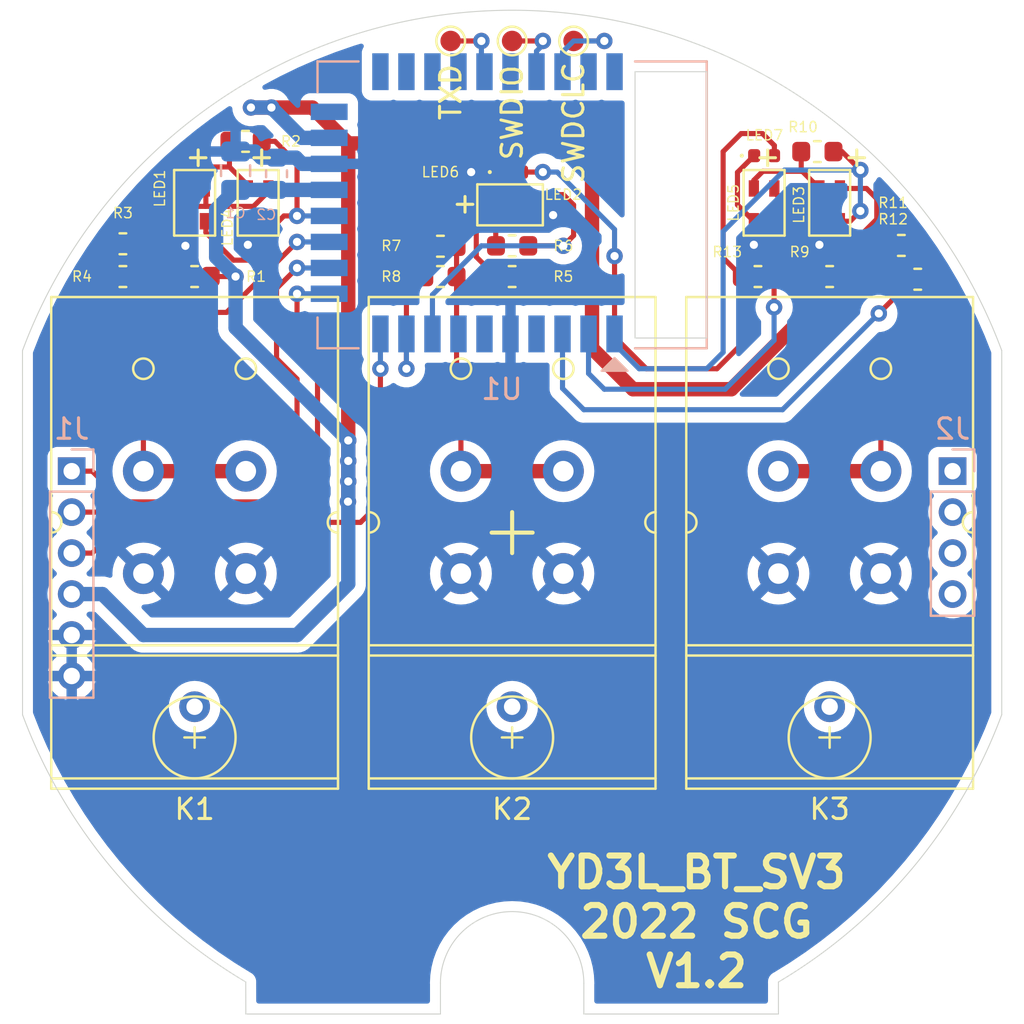
<source format=kicad_pcb>
(kicad_pcb (version 20211014) (generator pcbnew)

  (general
    (thickness 1.6)
  )

  (paper "A4")
  (layers
    (0 "F.Cu" signal)
    (31 "B.Cu" signal)
    (32 "B.Adhes" user "B.Adhesive")
    (33 "F.Adhes" user "F.Adhesive")
    (34 "B.Paste" user)
    (35 "F.Paste" user)
    (36 "B.SilkS" user "B.Silkscreen")
    (37 "F.SilkS" user "F.Silkscreen")
    (38 "B.Mask" user)
    (39 "F.Mask" user)
    (40 "Dwgs.User" user "User.Drawings")
    (41 "Cmts.User" user "User.Comments")
    (42 "Eco1.User" user "User.Eco1")
    (43 "Eco2.User" user "User.Eco2")
    (44 "Edge.Cuts" user)
    (45 "Margin" user)
    (46 "B.CrtYd" user "B.Courtyard")
    (47 "F.CrtYd" user "F.Courtyard")
    (48 "B.Fab" user)
    (49 "F.Fab" user)
  )

  (setup
    (pad_to_mask_clearance 0.051)
    (solder_mask_min_width 0.25)
    (grid_origin 95.6 85.6)
    (pcbplotparams
      (layerselection 0x00010f0_ffffffff)
      (disableapertmacros false)
      (usegerberextensions false)
      (usegerberattributes false)
      (usegerberadvancedattributes false)
      (creategerberjobfile false)
      (svguseinch false)
      (svgprecision 6)
      (excludeedgelayer true)
      (plotframeref false)
      (viasonmask false)
      (mode 1)
      (useauxorigin false)
      (hpglpennumber 1)
      (hpglpenspeed 20)
      (hpglpendiameter 15.000000)
      (dxfpolygonmode true)
      (dxfimperialunits true)
      (dxfusepcbnewfont true)
      (psnegative false)
      (psa4output false)
      (plotreference true)
      (plotvalue true)
      (plotinvisibletext false)
      (sketchpadsonfab false)
      (subtractmaskfromsilk false)
      (outputformat 1)
      (mirror false)
      (drillshape 0)
      (scaleselection 1)
      (outputdirectory "")
    )
  )

  (net 0 "")
  (net 1 "Net-(LED2-Pad1)")
  (net 2 "GNDD")
  (net 3 "Net-(LED2-Pad3)")
  (net 4 "Net-(LED3-Pad1)")
  (net 5 "Net-(LED3-Pad3)")
  (net 6 "Net-(U1-Pad43)")
  (net 7 "Net-(U1-Pad41)")
  (net 8 "Net-(U1-Pad35)")
  (net 9 "Net-(U1-Pad31)")
  (net 10 "Net-(U1-Pad29)")
  (net 11 "Net-(U1-Pad27)")
  (net 12 "Net-(U1-Pad26)")
  (net 13 "Net-(U1-Pad25)")
  (net 14 "Net-(U1-Pad7)")
  (net 15 "Net-(U1-Pad6)")
  (net 16 "Net-(U1-Pad4)")
  (net 17 "+3V3")
  (net 18 "Net-(K1-Pad1)")
  (net 19 "Net-(K2-Pad1)")
  (net 20 "Net-(K3-Pad1)")
  (net 21 "Net-(TP3-Pad1)")
  (net 22 "Net-(TP1-Pad1)")
  (net 23 "/LED1")
  (net 24 "/SW1")
  (net 25 "/K_L1")
  (net 26 "/K_L2")
  (net 27 "/K_L3")
  (net 28 "/LED2")
  (net 29 "/SW2")
  (net 30 "/LED0")
  (net 31 "/SW3")
  (net 32 "/LED3")
  (net 33 "Net-(TP2-Pad1)")
  (net 34 "Net-(J2-Pad4)")
  (net 35 "Net-(J2-Pad3)")
  (net 36 "Net-(J2-Pad2)")
  (net 37 "Net-(J2-Pad1)")
  (net 38 "Net-(LED1-Pad3)")
  (net 39 "Net-(LED1-Pad1)")
  (net 40 "Net-(LED6-Pad2)")

  (footprint "sw_ws_euy3:led_rb_unk1" (layer "F.Cu") (at 94.5 84 -90))

  (footprint "sw_ws_euy3:led_rb_unk1" (layer "F.Cu") (at 110 84))

  (footprint "sw_ws_euy3:DECC-H012-10" (layer "F.Cu") (at 110 99.5 -90))

  (footprint "sw_ws_euy3:DECC-H012-10" (layer "F.Cu") (at 125.5 99.5 -90))

  (footprint "sw_ws_euy3:DECC-H012-10" (layer "F.Cu") (at 94.5 99.5 -90))

  (footprint "Resistor_SMD:R_0603_1608Metric" (layer "F.Cu") (at 122 87.5 180))

  (footprint "Resistor_SMD:R_0603_1608Metric" (layer "F.Cu") (at 94.5 87.5 180))

  (footprint "Resistor_SMD:R_0603_1608Metric" (layer "F.Cu") (at 91 85.9 180))

  (footprint "Resistor_SMD:R_0603_1608Metric" (layer "F.Cu") (at 106.5 86.02))

  (footprint "Resistor_SMD:R_0603_1608Metric" (layer "F.Cu") (at 96.9875 80.9 180))

  (footprint "Resistor_SMD:R_0603_1608Metric" (layer "F.Cu") (at 91 87.5 180))

  (footprint "Resistor_SMD:R_0603_1608Metric" (layer "F.Cu") (at 106.5 87.5))

  (footprint "sw_ws_euy3:led_rb_unk1" (layer "F.Cu") (at 125.5 84 -90))

  (footprint "TestPoint:TestPoint_Pad_D1.0mm" (layer "F.Cu") (at 110 76))

  (footprint "TestPoint:TestPoint_Pad_D1.0mm" (layer "F.Cu") (at 113 76))

  (footprint "Resistor_SMD:R_0603_1608Metric" (layer "F.Cu") (at 110 86 180))

  (footprint "TestPoint:TestPoint_Pad_D1.0mm" (layer "F.Cu") (at 107 76))

  (footprint "Resistor_SMD:R_0603_1608Metric" (layer "F.Cu") (at 110 87.5 180))

  (footprint "LED_SMD:LED_0402_1005Metric" (layer "F.Cu") (at 122.3 81.6))

  (footprint "LED_SMD:LED_0402_1005Metric" (layer "F.Cu") (at 110 82.4))

  (footprint "sw_ws_euy3:led_rb_unk1" (layer "F.Cu") (at 122.3 84 -90))

  (footprint "Resistor_SMD:R_0603_1608Metric" (layer "F.Cu") (at 129 85.981))

  (footprint "sw_ws_euy3:led_rb_unk1" (layer "F.Cu") (at 97.6 84 -90))

  (footprint "Resistor_SMD:R_0603_1608Metric" (layer "F.Cu") (at 125.5 87.5))

  (footprint "Resistor_SMD:R_0603_1608Metric" (layer "F.Cu") (at 124.9 81.4 180))

  (footprint "Resistor_SMD:R_0603_1608Metric" (layer "F.Cu") (at 129.8 87.632))

  (footprint "Connector_PinHeader_2.00mm:PinHeader_1x04_P2.00mm_Vertical" (layer "B.Cu") (at 131.5 97 180))

  (footprint "Connector_PinHeader_2.00mm:PinHeader_1x06_P2.00mm_Vertical" (layer "B.Cu") (at 88.5 97 180))

  (footprint "Capacitor_SMD:C_0805_2012Metric" (layer "B.Cu") (at 96.5 82.3325 90))

  (footprint "nrf5:E73-2G4M08S1C" (layer "B.Cu") (at 115 77.5 -90))

  (footprint "Capacitor_SMD:C_0603_1608Metric" (layer "B.Cu") (at 98.5 82.4825 90))

  (gr_line (start 111 100) (end 109 100) (layer "F.SilkS") (width 0.2) (tstamp 63296d6a-2dc5-485d-9464-266598551353))
  (gr_line (start 110 99) (end 110 101) (layer "F.SilkS") (width 0.2) (tstamp fdc6d9bf-634b-41b6-8609-3d6a60df9f85))
  (gr_line (start 116 90.5) (end 116 77.5) (layer "Edge.Cuts") (width 0.05) (tstamp 00000000-0000-0000-0000-0000616b46a1))
  (gr_arc (start 96.99554 121.934767) (mid 90.429017 116.347067) (end 86.1 108.890444) (layer "Edge.Cuts") (width 0.05) (tstamp 273e72a5-cdf6-42ab-9aee-4665be5db8c7))
  (gr_line (start 106.5 122) (end 106.5 123.5) (layer "Edge.Cuts") (width 0.05) (tstamp 2ad12a8f-df69-4582-9298-732f59c79233))
  (gr_arc (start 86.098618 91.11327) (mid 109.998018 74.499999) (end 133.9 91.109555) (layer "Edge.Cuts") (width 0.05) (tstamp 30e3e4c6-0419-447f-9864-5e5f3e2e8316))
  (gr_line (start 86.098618 91.11327) (end 86.1 108.890444) (layer "Edge.Cuts") (width 0.05) (tstamp 48120656-3f11-49b4-a38c-ff2ec04aa509))
  (gr_line (start 123 123.5) (end 122.999999 121.93741) (layer "Edge.Cuts") (width 0.05) (tstamp 4c821699-cc3f-438b-b7e9-ca6e4041e8b5))
  (gr_arc (start 133.899999 108.890444) (mid 129.56932 116.349057) (end 122.999999 121.93741) (layer "Edge.Cuts") (width 0.05) (tstamp 4cd8cbfc-d379-4e97-bfa3-c948af3d316c))
  (gr_line (start 116 77.5) (end 119.5 77.5) (layer "Edge.Cuts") (width 0.05) (tstamp 5b72a274-47fc-4dc3-aaf8-20379b590a7b))
  (gr_line (start 119.5 77.5) (end 119.5 90.5) (layer "Edge.Cuts") (width 0.05) (tstamp 7242ea00-bb43-4617-afcb-d1f5fb43f207))
  (gr_line (start 113.5 123.5) (end 123 123.5) (layer "Edge.Cuts") (width 0.05) (tstamp 81cdb1f2-1430-4f1e-9831-8a023abafaab))
  (gr_line (start 97 123.5) (end 96.99554 121.934767) (layer "Edge.Cuts") (width 0.05) (tstamp 94bdb657-f77f-4f4b-a11d-e9d8ac5a2011))
  (gr_line (start 113.5 122) (end 113.5 123.5) (layer "Edge.Cuts") (width 0.05) (tstamp ca8ae8d4-9335-460a-9f03-1efe26668af3))
  (gr_line (start 97 123.5) (end 106.5 123.5) (layer "Edge.Cuts") (width 0.05) (tstamp daeaf3b5-bbfb-4e05-8355-34e408b734ea))
  (gr_line (start 133.9 91.109555) (end 133.9 108.890444) (layer "Edge.Cuts") (width 0.05) (tstamp e14b4e22-c818-4d6e-8ec5-55da744f0912))
  (gr_arc (start 106.5 121.999999) (mid 110 118.499999) (end 113.5 121.999999) (layer "Edge.Cuts") (width 0.05) (tstamp e758a1d7-e5cb-4b23-9722-3970df57c128))
  (gr_line (start 119.5 90.5) (end 116 90.5) (layer "Edge.Cuts") (width 0.05) (tstamp f3e7dd04-ad22-4132-a5e0-e26b1b8b3be5))
  (gr_line (start 109.5 84) (end 110.5 84) (layer "F.Fab") (width 0.12) (tstamp 31713ced-4815-4826-aa4a-3c6e3a318702))
  (gr_line (start 94 84) (end 95 84) (layer "F.Fab") (width 0.15) (tstamp 4d51315d-a788-4459-9c57-a7c8f2b7ee1f))
  (gr_line (start 125.5 83.5) (end 125.5 84.5) (layer "F.Fab") (width 0.12) (tstamp 515e0194-9d33-44b4-bc25-5377ebf75a39))
  (gr_line (start 125 84) (end 126 84) (layer "F.Fab") (width 0.15) (tstamp 617fd32a-c54c-4aa4-a0c7-8ea3db7bb207))
  (gr_line (start 110 83.5) (end 110 84.5) (layer "F.Fab") (width 0.12) (tstamp 8a3640fd-fefa-4b20-9478-982fba8d589c))
  (gr_line (start 94.5 83.5) (end 94.5 84.5) (layer "F.Fab") (width 0.12) (tstamp a33a3495-cc07-475a-9740-876ec3d6a132))
  (gr_text "YD3L_BT_SV3\n2022 SCG\nV1.2" (at 119 119) (layer "F.SilkS") (tstamp bca21201-85c0-49aa-9184-7ea3ba9faef5)
    (effects (font (size 1.5 1.5) (thickness 0.3)))
  )

  (segment (start 108.25 86.5375) (end 108.25 83.775) (width 0.25) (layer "F.Cu") (net 1) (tstamp 52bc365f-32d7-40a0-85ad-a89ea8f0bbc4))
  (segment (start 108.525 83.5) (end 109.2 83.5) (width 0.25) (layer "F.Cu") (net 1) (tstamp a2f7bdee-c158-402c-a18b-256e70e9d8de))
  (segment (start 108.25 83.775) (end 108.525 83.5) (width 0.25) (layer "F.Cu") (net 1) (tstamp a9f7db8a-68c6-4fa9-8268-80ef238db756))
  (segment (start 109.2125 87.5) (end 108.25 86.5375) (width 0.25) (layer "F.Cu") (net 1) (tstamp db75a295-144d-42c0-abed-8a100ba3b211))
  (segment (start 125 84.8) (end 125 85.95) (width 0.25) (layer "F.Cu") (net 2) (tstamp 1b62725e-c6f7-450e-a2b3-82a6e39390eb))
  (segment (start 94.05 84.8) (end 94.05 86) (width 0.25) (layer "F.Cu") (net 2) (tstamp 2006b642-4468-4ba9-8c35-1bae53dd6722))
  (segment (start 121.8 84.8) (end 121.8 85.95) (width 0.25) (layer "F.Cu") (net 2) (tstamp 8e971a5a-f2ac-4ac5-8d7d-0c924c403d30))
  (segment (start 97.1 84.8) (end 97.1 85.95) (width 0.25) (layer "F.Cu") (net 2) (tstamp 98bf89f3-bd06-4900-b6ce-6f22d54d9d1b))
  (segment (start 125 84.8) (end 125 84.95) (width 0.25) (layer "F.Cu") (net 2) (tstamp afb84d23-c866-44ca-a3a9-edfe4da1c3d7))
  (segment (start 121.8 84.8) (end 121 84) (width 0.25) (layer "F.Cu") (net 2) (tstamp bf90a7f5-1932-4bc1-8272-e0f2499ce11a))
  (segment (start 108 82.4) (end 109.515 82.4) (width 0.25) (layer "F.Cu") (net 2) (tstamp ce8cd2cc-b0ae-46d2-94bb-99a7a59972ff))
  (segment (start 121 84) (end 121 82.415) (width 0.25) (layer "F.Cu") (net 2) (tstamp cfd28c36-5409-4fe7-bdfa-8663fb2743aa))
  (segment (start 110.8 84.5) (end 112 84.5) (width 0.25) (layer "F.Cu") (net 2) (tstamp e0f77dcf-eae8-4b79-b7d8-afa4e42e040c))
  (segment (start 121 82.415) (end 121.815 81.6) (width 0.25) (layer "F.Cu") (net 2) (tstamp ea6810f6-84ce-406d-a13d-01a63de44ef5))
  (via (at 97.1 85.95) (size 0.8) (drill 0.4) (layers "F.Cu" "B.Cu") (net 2) (tstamp 00000000-0000-0000-0000-000061f50ec2))
  (via (at 121.8 85.95) (size 0.8) (drill 0.4) (layers "F.Cu" "B.Cu") (net 2) (tstamp 0843622f-3a71-4349-b179-a732871ef22e))
  (via (at 94.05 86) (size 0.8) (drill 0.4) (layers "F.Cu" "B.Cu") (net 2) (tstamp 7ad6ae1d-a928-4419-8ea1-1d6980a8ed51))
  (via (at 125 85.95) (size 0.8) (drill 0.4) (layers "F.Cu" "B.Cu") (net 2) (tstamp 80d7bdc6-fc5f-4601-babb-86c37555463a))
  (via (at 112 84.5) (size 0.8) (drill 0.4) (layers "F.Cu" "B.Cu") (net 2) (tstamp be93f921-e6a9-41df-9cfd-5281cb75c140))
  (via (at 108 82.4) (size 0.8) (drill 0.4) (layers "F.Cu" "B.Cu") (net 2) (tstamp c0835980-17be-4e72-8307-bc0b681fb70e))
  (segment (start 96.5 81.395) (end 97.45 81.395) (width 0.7) (layer "B.Cu") (net 2) (tstamp 4bb2803a-7e16-480d-90cd-7486203a0fce))
  (segment (start 97.75 81.695) (end 98.5 81.695) (width 0.7) (layer "B.Cu") (net 2) (tstamp 4befc031-4233-4271-9979-cb50d1428c96))
  (segment (start 97.45 81.395) (end 97.75 81.695) (width 0.7) (layer "B.Cu") (net 2) (tstamp 5eb722e5-5585-407f-b874-6c8e7f3e0db3))
  (segment (start 99.445 81.695) (end 98.5 81.695) (width 0.7) (layer "B.Cu") (net 2) (tstamp 749e5469-ca2c-4c32-828b-0ed864e71fb0))
  (segment (start 101.070001 82) (end 99.75 82) (width 0.7) (layer "B.Cu") (net 2) (tstamp 8a709f92-4af0-4983-8390-41897dd3bb3e))
  (segment (start 99.75 82) (end 99.445 81.695) (width 0.7) (layer "B.Cu") (net 2) (tstamp d763867b-a3dc-45f3-a4e9-f77ed33fab30))
  (segment (start 109.2 84.5) (end 109.2 85.9875) (width 0.25) (layer "F.Cu") (net 3) (tstamp cfa5b071-eaf1-405c-924b-d6675c53475f))
  (segment (start 109.2 85.9875) (end 109.2125 86) (width 0.25) (layer "F.Cu") (net 3) (tstamp df6011d3-2777-4a9f-943a-db0f56e6d3cf))
  (segment (start 126.9 85.6) (end 127.8 84.7) (width 0.25) (layer "F.Cu") (net 4) (tstamp 1d342592-d7ae-47bb-a3ad-5893573f4c02))
  (segment (start 126.2875 87.5) (end 126.9 86.8875) (width 0.25) (layer "F.Cu") (net 4) (tstamp 326e8a81-b013-4195-bead-8db970e24874))
  (segment (start 127.3 83.2) (end 126 83.2) (width 0.25) (layer "F.Cu") (net 4) (tstamp 47cbf84b-13f1-42a5-b67b-2cfdb9c29ac7))
  (segment (start 126.9 86.8875) (end 126.9 85.6) (width 0.25) (layer "F.Cu") (net 4) (tstamp 58163bf2-fca2-44f9-85a9-36c6f50b896f))
  (segment (start 126 83.2) (end 126 83.350002) (width 0.25) (layer "F.Cu") (net 4) (tstamp 70959a1d-b169-4761-ac8f-b60064e9ebc3))
  (segment (start 122.8 83.4) (end 122.8 83.2) (width 0.25) (layer "F.Cu") (net 4) (tstamp 777e6b4b-91bd-4727-abc0-5a4112fb05e7))
  (segment (start 125.425001 83.925001) (end 123.325001 83.925001) (width 0.25) (layer "F.Cu") (net 4) (tstamp bcba2fdf-de60-4fee-8f51-3c5f4bb061ee))
  (segment (start 127.8 84.7) (end 127.8 83.7) (width 0.25) (layer "F.Cu") (net 4) (tstamp d258a828-1c87-48c6-9994-008f4595fdc3))
  (segment (start 123.325001 83.925001) (end 122.8 83.4) (width 0.25) (layer "F.Cu") (net 4) (tstamp d7190b11-fbc2-4008-859a-ee7e8e8e7272))
  (segment (start 126 83.350002) (end 125.425001 83.925001) (width 0.25) (layer "F.Cu") (net 4) (tstamp e1d9768e-b09d-47d9-8387-2cc2a605c654))
  (segment (start 127.8 83.7) (end 127.3 83.2) (width 0.25) (layer "F.Cu") (net 4) (tstamp f866b3e1-d591-4e6f-a502-81279442ab18))
  (segment (start 125 83.2) (end 124.162498 82.362498) (width 0.25) (layer "F.Cu") (net 5) (tstamp 30f75ad7-c678-43ef-8c61-305234059ee8))
  (segment (start 124.1125 81.3) (end 124.1125 81.4) (width 0.25) (layer "F.Cu") (net 5) (tstamp 3f1c3559-62f0-4dbd-a215-38cbfccb88f9))
  (segment (start 121.8 82.8) (end 121.8 83.2) (width 0.25) (layer "F.Cu") (net 5) (tstamp 6413a3e4-b661-426a-8172-2ac28f023a23))
  (segment (start 122.237502 82.362498) (end 121.8 82.8) (width 0.25) (layer "F.Cu") (net 5) (tstamp ba7a675c-552e-4b9e-ab37-2ff0f51602bc))
  (segment (start 124.1125 81.4) (end 124.1125 82.362498) (width 0.25) (layer "F.Cu") (net 5) (tstamp c1507d6e-e5e1-4c1f-9e37-0bc504f71713))
  (segment (start 124.162498 82.362498) (end 122.237502 82.362498) (width 0.25) (layer "F.Cu") (net 5) (tstamp f7a33c03-5230-4a4d-9434-5d012237ce47))
  (segment (start 95 88.75) (end 95.2875 88.4625) (width 0.25) (layer "F.Cu") (net 17) (tstamp 00880571-2743-44ae-a6e7-32db415b2cf4))
  (segment (start 102 98.474694) (end 101.987347 98.487347) (width 0.25) (layer "F.Cu") (net 17) (tstamp 0bc3b563-c35f-45e9-87ee-4afa25ceb84a))
  (segment (start 105.7125 86.02) (end 105.6925 86) (width 0.25) (layer "F.Cu") (net 17) (tstamp 1085036c-6712-472d-ab38-c7bd6cc6f76d))
  (segment (start 113.9 82.4) (end 113.9 87.5) (width 0.7) (layer "F.Cu") (net 17) (tstamp 2b84500e-b96f-46c0-9eea-e905762c0841))
  (segment (start 95.2875 88.4625) (end 95.2875 87.5) (width 0.25) (layer "F.Cu") (net 17) (tstamp 2bda80b9-6971-4c44-9510-a293bd2ae43a))
  (segment (start 120.7 93) (end 124.725001 88.974999) (width 0.7) (layer "F.Cu") (net 17) (tstamp 3a0fb761-6e94-4783-85aa-d5378c40b609))
  (segment (start 102 81) (end 100.25 79.25) (width 0.7) (layer "F.Cu") (net 17) (tstamp 3d8567c9-d2d2-4f01-8095-b349c2ba0c8a))
  (segment (start 95.2875 87.5) (end 96.5 87.5) (width 0.25) (layer "F.Cu") (net 17) (tstamp 3ebd5b8c-b23e-4071-a242-32ae19f1ba03))
  (segment (start 127.7 87.9) (end 127.7 86.4935) (width 0.25) (layer "F.Cu") (net 17) (tstamp 43471978-ebe7-4b21-bbbd-e207afbfc394))
  (segment (start 115.9 93) (end 120.7 93) (width 0.7) (layer "F.Cu") (net 17) (tstamp 4e5d2f88-0fff-41e6-8e15-13a6a1e30982))
  (segment (start 110.7875 87.5) (end 113.9 87.5) (width 0.25) (layer "F.Cu") (net 17) (tstamp 59a55f93-de1b-4c96-8277-76fa145b8784))
  (segment (start 93.25 88.75) (end 95 88.75) (width 0.25) (layer "F.Cu") (net 17) (tstamp 7616aca7-27d7-4847-9f74-14eb7238b8d9))
  (segment (start 91.7875 85.9) (end 92.75 86.8625) (width 0.25) (layer "F.Cu") (net 17) (tstamp 7b461622-196e-4618-84aa-8cc57feee95f))
  (segment (start 105.5 81) (end 112.5 81) (width 0.7) (layer "F.Cu") (net 17) (tstamp 7db2a969-abcc-4a33-b470-a89858a0aa20))
  (segment (start 102 81) (end 102 97.5) (width 0.7) (layer "F.Cu") (net 17) (tstamp 8094e5e0-b79b-478e-bf32-21c0ed77ad00))
  (segment (start 92.75 88.25) (end 93.25 88.75) (width 0.25) (layer "F.Cu") (net 17) (tstamp 8764967b-1cb5-4dbd-9142-4a22be167c14))
  (segment (start 102 97.5) (end 102 98.474694) (width 0.7) (layer "F.Cu") (net 17) (tstamp 889d9e06-1444-4a6f-8831-a335509db880))
  (segment (start 102 81) (end 105.5 81) (width 0.7) (layer "F.Cu") (net 17) (tstamp 92d88f60-b949-47cc-8fe0-fe86f061d484))
  (segment (start 113.9 91) (end 115.9 93) (width 0.7) (layer "F.Cu") (net 17) (tstamp 98703540-1fc8-4600-93b7-7570c8a0a996))
  (segment (start 124.7125 87.5) (end 124.7125 88.962498) (width 0.25) (layer "F.Cu") (net 17) (tstamp 9d61bfe0-3ecc-4867-b9e1-57a939a6c873))
  (segment (start 105.7125 86.02) (end 105.7125 81.2125) (width 0.25) (layer "F.Cu") (net 17) (tstamp a155e0c4-2864-4356-8dce-cab30fcdd721))
  (segment (start 124.7125 88.962498) (end 124.725001 88.974999) (width 0.25) (layer "F.Cu") (net 17) (tstamp a9ee3873-5a69-435e-9254-c94086bc01ff))
  (segment (start 127.7 86.4935) (end 128.2125 85.981) (width 0.25) (layer "F.Cu") (net 17) (tstamp ab88ee8e-26d2-436f-9f2a-e95b59feab6e))
  (segment (start 100.25 79.25) (end 97.25 79.25) (width 0.7) (layer "F.Cu") (net 17) (tstamp b5b42bf1-fa2d-4527-9c06-44f536300d48))
  (segment (start 92.75 86.8625) (end 92.75 88.25) (width 0.25) (layer "F.Cu") (net 17) (tstamp bba6d7b9-84ba-4721-9d28-3c1fb0e91c14))
  (segment (start 112.5 81) (end 113.9 82.4) (width 0.7) (layer "F.Cu") (net 17) (tstamp ccaf5a9e-053c-4511-9f7e-7d6e269c1e7e))
  (segment (start 113.9 87.5) (end 113.9 91) (width 0.7) (layer "F.Cu") (net 17) (tstamp d7e07c38-a197-4a07-9c89-c51d4f4b967b))
  (segment (start 124.725001 88.974999) (end 126.625001 88.974999) (width 0.25) (layer "F.Cu") (net 17) (tstamp e18b06ab-adba-4ca8-b079-fc1bebaf55e9))
  (segment (start 105.7125 81.2125) (end 105.5 81) (width 0.25) (layer "F.Cu") (net 17) (tstamp f4f6c372-2be5-42df-95f6-8b071285ccc8))
  (segment (start 126.625001 88.974999) (end 127.7 87.9) (width 0.25) (layer "F.Cu") (net 17) (tstamp f581f0e3-5250-4a97-9266-8d03423d3813))
  (via (at 102 97.5) (size 0.8) (drill 0.4) (layers "F.Cu" "B.Cu") (net 17) (tstamp 00000000-0000-0000-0000-000061f56305))
  (via (at 101.987347 98.487347) (size 0.8) (drill 0.4) (layers "F.Cu" "B.Cu") (net 17) (tstamp 1fff1fb9-3c3e-4a69-8a6b-0b20a776128d))
  (via (at 102 95.5) (size 0.8) (drill 0.4) (layers "F.Cu" "B.Cu") (net 17) (tstamp 21e35f13-467b-4132-9af1-3deddde795d7))
  (via (at 97.25 79.25) (size 0.8) (drill 0.4) (layers "F.Cu" "B.Cu") (net 17) (tstamp 5ba7d92e-aac5-4c3a-beb7-288778dedaac))
  (via (at 98.25 79.25) (size 0.8) (drill 0.4) (layers "F.Cu" "B.Cu") (net 17) (tstamp a0e7c8c1-9863-4026-af94-4f626ac9c69c))
  (via (at 96.5 87.5) (size 0.8) (drill 0.4) (layers "F.Cu" "B.Cu") (net 17) (tstamp a82a3556-d337-4086-9b85-48cb06bada3e))
  (via (at 102 96.5) (size 0.8) (drill 0.4) (layers "F.Cu" "B.Cu") (net 17) (tstamp adabceab-e6bd-4b97-8789-32af7fe803d7))
  (segment (start 99.730001 80.730001) (end 98.25 79.25) (width 0.7) (layer "B.Cu") (net 17) (tstamp 004929af-5a84-463a-a2f9-dde8220f209e))
  (segment (start 102 95.5) (end 102 97.5) (width 0.7) (layer "B.Cu") (net 17) (tstamp 1d87c46e-d306-4b81-83b3-f8028894efba))
  (segment (start 88.5 103) (end 90 103) (width 0.7) (layer "B.Cu") (net 17) (tstamp 4105e69e-8df7-4c2a-8182-a1715bcc2f69))
  (segment (start 90 103) (end 92 105) (width 0.7) (layer "B.Cu") (net 17) (tstamp 43c162e3-0029-4271-8127-cbaf3d504a95))
  (segment (start 98.5 83.27) (end 101.070001 83.27) (width 0.7) (layer "B.Cu") (net 17) (tstamp 5801ac48-54ed-4a0a-a666-6d9cb9fab6ca))
  (segment (start 98.25 79.25) (end 97.25 79.25) (width 0.7) (layer "B.Cu") (net 17) (tstamp 59b0f56e-2f1b-42cc-b585-fea7c65719f9))
  (segment (start 96.5 87.5) (end 96.5 90) (width 0.7) (layer "B.Cu") (net 17) (tstamp 6a6649fa-97e4-461a-9021-bf534f54dfc0))
  (segment (start 96.5 83.27) (end 98.5 83.27) (width 0.7) (layer "B.Cu") (net 17) (tstamp 84654830-4fd4-4edb-b284-84dd03dc5345))
  (segment (start 92 105) (end 99.5 105) (width 0.7) (layer "B.Cu") (net 17) (tstamp 854643e3-1f0d-4cc7-8a58-e4222ae6ce9e))
  (segment (start 95.549999 84.220001) (end 96.5 83.27) (width 0.7) (layer "B.Cu") (net 17) (tstamp 8ccd2bb5-ac5c-45ac-8218-bf3f3105484d))
  (segment (start 95.549999 84.25) (end 95.549999 86.549999) (width 0.7) (layer "B.Cu") (net 17) (tstamp 9882a5a8-d22b-481c-92ce-53e503f4cc23))
  (segment (start 96.5 90) (end 102 95.5) (width 0.7) (layer "B.Cu") (net 17) (tstamp ce8ff040-cca9-4ff9-ad58-4ed725e960c3))
  (segment (start 102 102.5) (end 102 97.5) (width 0.7) (layer "B.Cu") (net 17) (tstamp dcf0650d-fe48-46ab-9143-e275ea47a365))
  (segment (start 101.070001 80.730001) (end 99.730001 80.730001) (width 0.7) (layer "B.Cu") (net 17) (tstamp dd596a61-bd82-4629-acc7-735e46c21ed9))
  (segment (start 99.5 105) (end 102 102.5) (width 0.7) (layer "B.Cu") (net 17) (tstamp e65b21d8-049a-43d8-859b-3e535c368b5a))
  (segment (start 95.549999 86.549999) (end 96.5 87.5) (width 0.7) (layer "B.Cu") (net 17) (tstamp eaf3e1a3-c38f-4123-94f2-442a6f795898))
  (segment (start 92 92) (end 92 97) (width 0.25) (layer "F.Cu") (net 18) (tstamp 1f1de14f-ab81-4b22-9b79-a8e31fe6483f))
  (segment (start 90.2125 87.5) (end 90.2125 90.2125) (width 0.25) (layer "F.Cu") (net 18) (tstamp 4dfa75f9-23fc-429a-b836-27ebe964513b))
  (segment (start 90.2125 90.2125) (end 92 92) (width 0.25) (layer "F.Cu") (net 18) (tstamp 5eb683e9-abea-4a1d-a44b-0aaa30d188ef))
  (segment (start 92 97) (end 97 97) (width 0.7) (layer "F.Cu") (net 18) (tstamp 88812021-8501-4b6d-804b-5cf3fe1da113))
  (segment (start 90.2125 87.5) (end 90.2125 85.9) (width 0.25) (layer "F.Cu") (net 18) (tstamp e7e21925-5712-4223-a791-547e04bed8eb))
  (segment (start 107.2875 87.5) (end 107.2875 92.7875) (width 0.25) (layer "F.Cu") (net 19) (tstamp 3babc22c-4ce3-4164-9a07-7e148e4b665a))
  (segment (start 107.5 97) (end 112.5 97) (width 0.7) (layer "F.Cu") (net 19) (tstamp 732dd609-e1c0-4f58-9155-d7d50f38eef8))
  (segment (start 107.2875 86.02) (end 107.2875 87.5) (width 0.25) (layer "F.Cu") (net 19) (tstamp 8c017e47-babd-4c70-b99f-ef37ed063140))
  (segment (start 107.5 93) (end 107.5 97) (width 0.25) (layer "F.Cu") (net 19) (tstamp 91cdc918-03ce-4116-8ad2-887fc74b0dc3))
  (segment (start 107.2875 92.7875) (end 107.5 93) (width 0.25) (layer "F.Cu") (net 19) (tstamp bff09e34-d3fa-4562-9806-33a16445ee32))
  (segment (start 128 97) (end 128 92) (width 0.25) (layer "F.Cu") (net 20) (tstamp 14e31e81-b16c-40b9-b555-fae0c7538840))
  (segment (start 130.5875 87.632) (end 129.7875 86.832) (width 0.25) (layer "F.Cu") (net 20) (tstamp 218e6a51-5e65-4c10-9f76-b35b3ef9b4cc))
  (segment (start 123 97) (end 128 97) (width 0.7) (layer "F.Cu") (net 20) (tstamp 25539bfe-8ab6-44c9-bb35-a588fc0d0645))
  (segment (start 128 92) (end 130.5875 89.4125) (width 0.25) (layer "F.Cu") (net 20) (tstamp 6575e74c-e6cb-436a-8909-cbecfe14b155))
  (segment (start 130.5875 89.4125) (end 130.5875 87.632) (width 0.25) (layer "F.Cu") (net 20) (tstamp 8ed625d8-c143-4b90-b8a4-d7940d64f331))
  (segment (start 129.7875 86.832) (end 129.7875 85.981) (width 0.25) (layer "F.Cu") (net 20) (tstamp ed9b2b71-047d-4fb2-99a5-b2894beab4ea))
  (segment (start 107 76) (end 108.5 76) (width 0.25) (layer "F.Cu") (net 21) (tstamp 311577cb-bebe-4751-a456-e7f1ff43926a))
  (via (at 108.5 76) (size 0.8) (drill 0.4) (layers "F.Cu" "B.Cu") (net 21) (tstamp 62934907-5d19-462d-87f4-796433a1e372))
  (segment (start 108.5 77.35) (end 108.65 77.5) (width 0.25) (layer "B.Cu") (net 21) (tstamp 893442b8-ca7a-4c9b-a54b-4c01988daf03))
  (segment (start 108.5 76) (end 108.5 77.35) (width 0.25) (layer "B.Cu") (net 21) (tstamp a483dd38-8d1e-4f68-9692-b4ea5b4f6ea8))
  (segment (start 110 76) (end 111.5 76) (width 0.25) (layer "F.Cu") (net 22) (tstamp 9f9b7f34-5a65-4953-9846-0455abf98c30))
  (via (at 111.5 76) (size 0.8) (drill 0.4) (layers "F.Cu" "B.Cu") (net 22) (tstamp 2e4ea570-bd7b-4238-ba35-db5daab10593))
  (segment (start 111.5 76.19) (end 111.19 76.5) (width 0.25) (layer "B.Cu") (net 22) (tstamp 0400ec1f-e457-4348-9cd3-e5bc7e1759d7))
  (segment (start 111.5 76) (end 111.5 76.19) (width 0.25) (layer "B.Cu") (net 22) (tstamp 0b0cc251-08cd-4a7a-82dd-f67ed4178f8b))
  (segment (start 111.19 77) (end 111 76.81) (width 0.25) (layer "B.Cu") (net 22) (tstamp 92169269-c212-48ef-8eac-7ff8e8971c9c))
  (segment (start 111.19 76.5) (end 111.19 77.5) (width 0.25) (layer "B.Cu") (net 22) (tstamp 9abce44f-fdee-47b0-acfa-c6733f3045bd))
  (segment (start 111.19 77.5) (end 111.19 77) (width 0.25) (layer "B.Cu") (net 22) (tstamp af7d9bfb-252c-4e42-aca3-8fc5ac9743bf))
  (segment (start 97.45 86.7) (end 96.4 86.7) (width 0.25) (layer "F.Cu") (net 23) (tstamp 2152e013-5f12-4c37-9b3d-4e6236dd3e8e))
  (segment (start 95.05 85.35) (end 95.05 84.8) (width 0.25) (layer "F.Cu") (net 23) (tstamp 4f7e1b58-9eab-4a2a-a545-f7ceb679dde4))
  (segment (start 98.86 84.54) (end 99.5 84.54) (width 0.25) (layer "F.Cu") (net 23) (tstamp 6b7f1323-8dcc-4abc-81d7-bace7c50a3e7))
  (segment (start 96.4 86.7) (end 95.05 85.35) (width 0.25) (layer "F.Cu") (net 23) (tstamp 6d00a2a1-397c-4fc5-a021-6a885abe4875))
  (segment (start 98.425 80.9) (end 97.775 80.9) (width 0.25) (layer "F.Cu") (net 23) (tstamp 73a6573f-3700-4db7-a259-d0f19def153a))
  (segment (start 98.1 84.8) (end 98.6 84.8) (width 0.25) (layer "F.Cu") (net 23) (tstamp 90b2b9e6-96b9-4aa0-b34a-fd1b1a23f2cc))
  (segment (start 98.1 86.05) (end 97.45 86.7) (width 0.25) (layer "F.Cu") (net 23) (tstamp 99512614-ee07-4d89-9495-339f2beff64e))
  (segment (start 98.6 84.8) (end 98.86 84.54) (width 0.25) (layer "F.Cu") (net 23) (tstamp aca991b8-59e1-4668-b00a-dcb99ec09a7e))
  (segment (start 99.5 81.975) (end 98.425 80.9) (width 0.25) (layer "F.Cu") (net 23) (tstamp cc44574d-dbaf-494b-91c4-5984780705f2))
  (segment (start 98.1 84.8) (end 98.1 86.05) (width 0.25) (layer "F.Cu") (net 23) (tstamp e890ba1a-ed11-476c-890d-2ed180383e0c))
  (segment (start 99.5 84.54) (end 99.5 81.975) (width 0.25) (layer "F.Cu") (net 23) (tstamp f7b30a94-4566-4902-8c11-8c594f126f41))
  (via (at 99.5 84.54) (size 0.8) (drill 0.4) (layers "F.Cu" "B.Cu") (net 23) (tstamp 00000000-0000-0000-0000-000061f50c6e))
  (segment (start 101.070001 84.54) (end 99.5 84.54) (width 0.25) (layer "B.Cu") (net 23) (tstamp 96e16947-59d9-4ff6-ad1c-5f6f33e9a3f3))
  (segment (start 92.75 89.25) (end 91.7875 88.2875) (width 0.25) (layer "F.Cu") (net 24) (tstamp 0e1c127c-2818-465b-b86c-14d1a5373e5e))
  (segment (start 96.06 89.25) (end 92.75 89.25) (width 0.25) (layer "F.Cu") (net 24) (tstamp 7150ba49-aeb4-48dd-9247-054c6a304ae1))
  (segment (start 99.5 85.81) (end 96.06 89.25) (width 0.25) (layer "F.Cu") (net 24) (tstamp b4fa77de-e1c1-43a7-854d-7d58dd7dda0b))
  (segment (start 91.7875 88.2875) (end 91.7875 87.5) (width 0.25) (layer "F.Cu") (net 24) (tstamp c13ba8e9-fce8-40e5-8f1d-66f5cf0c5462))
  (via (at 99.5 85.81) (size 0.8) (drill 0.4) (layers "F.Cu" "B.Cu") (net 24) (tstamp 0cde964f-c673-48a0-8c11-600bfa57cc04))
  (segment (start 99.5 85.81) (end 101.070001 85.81) (width 0.25) (layer "B.Cu") (net 24) (tstamp 7861460c-eee2-4400-a7b6-94ece56ead7f))
  (segment (start 98.5 98.5) (end 99.5 97.5) (width 0.25) (layer "F.Cu") (net 25) (tstamp 032991cf-b73f-467c-a49b-82ed43dbbfbf))
  (segment (start 98.5 88.08) (end 98.5 91.5) (width 0.25) (layer "F.Cu") (net 25) (tstamp 0dcc19dd-95ea-45a2-9c39-765442df8709))
  (segment (start 99.5 87.08) (end 98.5 88.08) (width 0.25) (layer "F.Cu") (net 25) (tstamp 3a557ecd-6110-49b8-b733-9ac33b94f107))
  (segment (start 98.5 91.5) (end 99.5 92.5) (width 0.25) (layer "F.Cu") (net 25) (tstamp 79c1d3f0-03c9-4df0-9a75-9c5a503cc083))
  (segment (start 99.5 97.5) (end 99.5 92.5) (width 0.25) (layer "F.Cu") (net 25) (tstamp c2da567e-9fde-4faf-a147-00426706a003))
  (segment (start 88.5 97) (end 89.5 97) (width 0.25) (layer "F.Cu") (net 25) (tstamp c624a549-2c7b-4b2c-945f-db861ef62194))
  (segment (start 91 98.5) (end 98.5 98.5) (width 0.25) (layer "F.Cu") (net 25) (tstamp cbc53c86-0eee-4a22-af5c-68911cfbe9ad))
  (segment (start 89.5 97) (end 91 98.5) (width 0.25) (layer "F.Cu") (net 25) (tstamp f84588cd-406a-44d2-8773-4defadfca538))
  (via (at 99.5 87.08) (size 0.8) (drill 0.4) (layers "F.Cu" "B.Cu") (net 25) (tstamp ac5ba00c-3bc7-4754-9736-540a693176e9))
  (segment (start 99.5 87.08) (end 101.070001 87.08) (width 0.25) (layer "B.Cu") (net 25) (tstamp dafe4c11-261d-49c6-abf9-225453195c1d))
  (segment (start 100 99) (end 88.5 99) (width 0.25) (layer "F.Cu") (net 26) (tstamp 4fb1d851-e7d0-4ff7-bc9e-ee2fe9c22225))
  (segment (start 100.5 98.5) (end 100 99) (width 0.25) (layer "F.Cu") (net 26) (tstamp 6c906199-a704-47e4-958c-4bc52bfef26a))
  (segment (start 99.5 90.5) (end 100.5 91.5) (width 0.25) (layer "F.Cu") (net 26) (tstamp 810fcda3-066f-41c0-a6f0-03844c04ca80))
  (segment (start 100.5 91.5) (end 100.5 98.5) (width 0.25) (layer "F.Cu") (net 26) (tstamp a679ffc8-3fc1-4e5f-9364-c24f95beebf4))
  (segment (start 99.5 88.340001) (end 99.5 90.5) (width 0.25) (layer "F.Cu") (net 26) (tstamp ec3e08a9-5336-4e16-9216-6e2149b93706))
  (via (at 99.5 88.340001) (size 0.8) (drill 0.4) (layers "F.Cu" "B.Cu") (net 26) (tstamp 4bcd7625-97c5-439a-9bde-29abdded5035))
  (segment (start 99.5 88.340001) (end 101.070001 88.340001) (width 0.25) (layer "B.Cu") (net 26) (tstamp 6911beb8-d7dc-4ea5-ab35-4be9adcc4d69))
  (segment (start 91 99.5) (end 89.5 101) (width 0.25) (layer "F.Cu") (net 27) (tstamp 0562446b-96c7-472e-b6a9-eba19a075a91))
  (segment (start 89.5 101) (end 88.5 101) (width 0.25) (layer "F.Cu") (net 27) (tstamp 3503fdb4-84ef-47b1-8360-f21891100959))
  (segment (start 103.57 98.53) (end 102.6 99.5) (width 0.25) (layer "F.Cu") (net 27) (tstamp 5c1a5a8a-a5ab-4005-b087-a2fc6e3bf286))
  (segment (start 102.6 99.5) (end 91 99.5) (width 0.25) (layer "F.Cu") (net 27) (tstamp e9006880-d8d4-4d20-b989-d34df5bb489f))
  (segment (start 103.57 92) (end 103.57 98.53) (width 0.25) (layer "F.Cu") (net 27) (tstamp fdafa685-5b9e-4bbb-8817-52840e559296))
  (via (at 103.57 92) (size 0.8) (drill 0.4) (layers "F.Cu" "B.Cu") (net 27) (tstamp 91bcf794-78e5-40cd-b82b-17ff093341d5))
  (segment (start 103.57 90.300001) (end 103.57 92) (width 0.25) (layer "B.Cu") (net 27) (tstamp 2cea89a2-412a-4609-8ca5-9ff7f49fcfd1))
  (segment (start 113 85.5) (end 112.5 86) (width 0.25) (layer "F.Cu") (net 28) (tstamp 5da87d07-d148-4b81-a7b4-42be949ce906))
  (segment (start 112.5 86) (end 110.7875 86) (width 0.25) (layer "F.Cu") (net 28) (tstamp 694589a7-9c33-491b-96bb-38e99f72157b))
  (segment (start 110.8 83.5) (end 112.5 83.5) (width 0.25) (layer "F.Cu") (net 28) (tstamp 7478e352-12b5-4d80-9465-61b80adcca0e))
  (segment (start 112.5 83.5) (end 113 84) (width 0.25) (layer "F.Cu") (net 28) (tstamp a283a0ce-989c-4ba4-acc2-0aa7185afd86))
  (segment (start 113 84) (end 113 85.5) (width 0.25) (layer "F.Cu") (net 28) (tstamp cd72e71d-0518-43c4-8f36-fc29813b6b30))
  (via (at 112.5 86) (size 0.8) (drill 0.4) (layers "F.Cu" "B.Cu") (net 28) (tstamp fa4d3b84-a562-4c3d-a60a-6b0207be32bf))
  (segment (start 106.11 88.39) (end 108.5 86) (width 0.25) (layer "B.Cu") (net 28) (tstamp 236520ed-a472-4e75-9e16-51553cd82ef6))
  (segment (start 108.5 86) (end 112.5 86) (width 0.25) (layer "B.Cu") (net 28) (tstamp a84253d5-fdaf-4e4b-b9ab-1b9d32f8c454))
  (segment (start 106.11 90.300001) (end 106.11 88.39) (width 0.25) (layer "B.Cu") (net 28) (tstamp dffb5006-69cc-4c8d-83b5-f0e3015d083e))
  (segment (start 104.84 92) (end 104.84 88.3725) (width 0.25) (layer "F.Cu") (net 29) (tstamp 42c7faf6-9432-4143-a697-642aa4c16e81))
  (segment (start 104.84 88.3725) (end 105.7125 87.5) (width 0.25) (layer "F.Cu") (net 29) (tstamp db6bb897-315c-477f-b338-e39a88d6bf89))
  (via (at 104.84 92) (size 0.8) (drill 0.4) (layers "F.Cu" "B.Cu") (net 29) (tstamp b49a0fb6-201b-43fc-89c9-d8256e90e8d3))
  (segment (start 104.84 90.300001) (end 104.84 92) (width 0.25) (layer "B.Cu") (net 29) (tstamp f302949a-482b-4467-9bf6-2f154cf9200b))
  (segment (start 122.7875 87.5) (end 122.7875 89) (width 0.25) (layer "F.Cu") (net 30) (tstamp e1d4930c-15f2-436e-9a8e-a87f38fedc42))
  (via (at 122.7875 89) (size 0.8) (drill 0.4) (layers "F.Cu" "B.Cu") (net 30) (tstamp c03fb0d5-3a51-4c53-98c2-398379d055c7))
  (segment (start 120.4 93) (end 114.5 93) (width 0.25) (layer "B.Cu") (net 30) (tstamp 18750929-f4f3-4adb-a244-c268d115db89))
  (segment (start 114.5 93) (end 113.73 92.23) (width 0.25) (layer "B.Cu") (net 30) (tstamp 5638af54-21bb-4923-ab48-6be274ed2adc))
  (segment (start 122.7875 89) (end 122.7875 90.6125) (width 0.25) (layer "B.Cu") (net 30) (tstamp 8efb7b69-b802-4827-beea-142774b75b73))
  (segment (start 122.7875 90.6125) (end 120.4 93) (width 0.25) (layer "B.Cu") (net 30) (tstamp a6d36d6b-25b5-498d-91f1-45e2bb0ee70d))
  (segment (start 113.73 92.23) (end 113.73 90.300001) (width 0.25) (layer "B.Cu") (net 30) (tstamp dc4d8813-3a27-4d7e-a144-e924520c3f7a))
  (segment (start 129.0125 87.632) (end 129.0125 88.1875) (width 0.25) (layer "F.Cu") (net 31) (tstamp 0060e3d8-da2b-437c-8f5c-e52472add3c7))
  (segment (start 129.0125 88.1875) (end 127.9 89.3) (width 0.25) (layer "F.Cu") (net 31) (tstamp b97e79af-b864-431d-83c9-28e12ca64f0a))
  (via (at 127.9 89.3) (size 0.8) (drill 0.4) (layers "F.Cu" "B.Cu") (net 31) (tstamp a362eccc-7d5d-4752-b786-30018aebf1c4))
  (segment (start 123.2 94) (end 127.9 89.3) (width 0.25) (layer "B.Cu") (net 31) (tstamp 002f0565-5e52-4ec2-bcae-16a8f2d802bb))
  (segment (start 112.46 92.96) (end 113.5 94) (width 0.25) (layer "B.Cu") (net 31) (tstamp 238a7edb-d746-44e4-bdc4-5ffffddf6646))
  (segment (start 112.46 90.300001) (end 112.46 92.96) (width 0.25) (layer "B.Cu") (net 31) (tstamp 386f54bc-4ec5-46b8-89ed-01e8e03fabbe))
  (segment (start 113.5 94) (end 123.2 94) (width 0.25) (layer "B.Cu") (net 31) (tstamp c9ac7348-e4f1-4787-8396-b54fa796f484))
  (segment (start 122.8 85.474999) (end 124.025001 86.7) (width 0.25) (layer "F.Cu") (net 32) (tstamp 0651428d-b924-47b5-912c-4a0479d635bb))
  (segment (start 126.038 84.838) (end 126 84.8) (width 0.25) (layer "F.Cu") (net 32) (tstamp 2b38c27f-103a-4561-9974-c35e599a8718))
  (segment (start 125.6875 81.4) (end 126.1 81.4) (width 0.25) (layer "F.Cu") (net 32) (tstamp 4305c8ec-2d7c-4ebb-9fe2-bfc448b9247b))
  (segment (start 126.1 81.4) (end 127 82.3) (width 0.25) (layer "F.Cu") (net 32) (tstamp 4afcf30e-d992-4401-8900-9c5f5dcddbea))
  (segment (start 122.8 84.8) (end 122.8 85.474999) (width 0.25) (layer "F.Cu") (net 32) (tstamp 5ccd4a7e-a6bd-46e2-b977-2bf844923d5d))
  (segment (start 125.524999 86.7) (end 126 86.224999) (width 0.25) (layer "F.Cu") (net 32) (tstamp 86ebea09-cdae-4944-a071-cd787c3ba897))
  (segment (start 126 84.8) (end 126.5 84.8) (width 0.25) (layer "F.Cu") (net 32) (tstamp 89a5bc25-fed8-456b-8154-d2c71bd7eccb))
  (segment (start 126.5 84.8) (end 127 84.3) (width 0.25) (layer "F.Cu") (net 32) (tstamp ae3e9298-f7e4-4dd8-b1a3-46ae44cead71))
  (segment (start 124.025001 86.7) (end 125.524999 86.7) (width 0.25) (layer "F.Cu") (net 32) (tstamp cfac35bf-443c-45ee-b1f3-ea06a62d7659))
  (segment (start 126 86.224999) (end 126 84.8) (width 0.25) (layer "F.Cu") (net 32) (tstamp d3c4108d-dc79-4964-9ace-9cace95ec41e))
  (via (at 127 84.3) (size 0.8) (drill 0.4) (layers "F.Cu" "B.Cu") (net 32) (tstamp 0d168f58-871c-4800-b487-0de0f6aa4dd0))
  (via (at 127 82.3) (size 0.8) (drill 0.4) (layers "F.Cu" "B.Cu") (net 32) (tstamp debcef65-ae81-4cb2-9581-6eccd1f9ff24))
  (segment (start 123.3 82.3) (end 127 82.3) (width 0.25) (layer "B.Cu") (net 32) (tstamp 1a7b4df0-c2f8-4ffe-9c28-49c839837ab3))
  (segment (start 115 90.300001) (end 115 90.800001) (width 0.25) (layer "B.Cu") (net 32) (tstamp 332c4332-ec12-4ddd-bcd1-cbce8498a091))
  (segment (start 120.3 85.3) (end 123.3 82.3) (width 0.25) (layer "B.Cu") (net 32) (tstamp 4a2f182a-5f7d-44bf-989b-388297c41f1f))
  (segment (start 115 90.800001) (end 116.199999 92) (width 0.25) (layer "B.Cu") (net 32) (tstamp 677076de-0699-45c5-8fc6-e59c942bbc67))
  (segment (start 116.199999 92) (end 119.5 92) (width 0.25) (layer "B.Cu") (net 32) (tstamp 7cd90443-0320-4dc6-8ed7-06148cf7b3fd))
  (segment (start 126.97499 84.3) (end 127 84.27499) (width 0.25) (layer "B.Cu") (net 32) (tstamp 7f2634a1-b8ff-4527-8676-948e1b65437b))
  (segment (start 120.3 91.2) (end 120.3 85.3) (width 0.25) (layer "B.Cu") (net 32) (tstamp 84ce9e5b-14fa-4142-848d-16e861bc5150))
  (segment (start 119.5 92) (end 120.3 91.2) (width 0.25) (layer "B.Cu") (net 32) (tstamp d39e6279-7f7a-47dc-af80-d42455fc5d3a))
  (segment (start 127 84.27499) (end 127 82.3) (width 0.25) (layer "B.Cu") (net 32) (tstamp f9f07af6-0497-4ef4-92f7-1551eeb123b9))
  (segment (start 114.5 76) (end 113 76) (width 0.25) (layer "F.Cu") (net 33) (tstamp 60e16616-da75-4aef-8997-84de723d95aa))
  (via (at 114.5 76) (size 0.8) (drill 0.4) (layers "F.Cu" "B.Cu") (net 33) (tstamp 67a011de-97ba-46d1-8d43-2791eac52beb))
  (segment (start 112.46 76.54) (end 112.46 77.5) (width 0.25) (layer "B.Cu") (net 33) (tstamp 4221fce0-1ed3-461d-a8f8-b76c701138d7))
  (segment (start 114.5 76) (end 113 76) (width 0.25) (layer "B.Cu") (net 33) (tstamp 55824881-4ddf-47f3-a1a8-60cae75060ef))
  (segment (start 113 76) (end 112.46 76.54) (width 0.25) (layer "B.Cu") (net 33) (tstamp 709640a0-50a2-404d-bf4c-65c523d3a267))
  (segment (start 94.45 82.15) (end 96.2 82.15) (width 0.25) (layer "F.Cu") (net 38) (tstamp 545fce31-fa5f-453f-8d0c-442eaae5147d))
  (segment (start 96.2 80.9) (end 96.2 82.15) (width 0.25) (layer "F.Cu") (net 38) (tstamp a8dda01e-9bcb-4d59-9dfa-0ff1f956245d))
  (segment (start 94.05 82.55) (end 94.45 82.15) (width 0.25) (layer "F.Cu") (net 38) (tstamp aa371d0d-1acf-4fdc-9690-6da713104543))
  (segment (start 97.1 83.05) (end 97.1 83.2) (width 0.25) (layer "F.Cu") (net 38) (tstamp d12c9a01-b084-43cb-90f0-2e4eb6740e49))
  (segment (start 96.2 82.15) (end 97.1 83.05) (width 0.25) (layer "F.Cu") (net 38) (tstamp d574ef5c-3179-4882-a9f5-c642421f56d7))
  (segment (start 94.05 83.2) (end 94.05 82.55) (width 0.25) (layer "F.Cu") (net 38) (tstamp d6fd1793-5d3b-4ef5-b782-e8043d0a372b))
  (segment (start 97.2 83.35) (end 97.2 83.2) (width 0.25) (layer "F.Cu") (net 38) (tstamp e7170331-6000-4d66-a9ea-8f136f39bde0))
  (segment (start 98.1 83.35) (end 98.1 83.2) (width 0.25) (layer "F.Cu") (net 39) (tstamp 07208c0b-6a88-4f22-ad68-eef539dada06))
  (segment (start 97.375001 84.074999) (end 98.1 83.35) (width 0.25) (layer "F.Cu") (net 39) (tstamp 27fcc8d0-f29f-472e-9343-5e9e35224362))
  (segment (start 93.1 84.4) (end 93.425001 84.074999) (width 0.25) (layer "F.Cu") (net 39) (tstamp 595e84bf-5442-4d6f-86e0-82b883613e50))
  (segment (start 95.05 83.2) (end 95.05 84.05) (width 0.25) (layer "F.Cu") (net 39) (tstamp 78c8dafd-757c-4977-b432-912b19ce04f5))
  (segment (start 93.7125 87.5) (end 93.7125 86.7125) (width 0.25) (layer "F.Cu") (net 39) (tstamp 9a4cac0b-48ec-49fd-8579-af217097e3ea))
  (segment (start 95.05 84.05) (end 95.025001 84.074999) (width 0.25) (layer "F.Cu") (net 39) (tstamp a47b7617-fa60-4ca6-883b-e12df6b8c7c3))
  (segment (start 93.7125 86.7125) (end 93.1 86.1) (width 0.25) (layer "F.Cu") (net 39) (tstamp a5ddc857-b7cc-4da1-9539-0f81b6183b71))
  (segment (start 93.425001 84.074999) (end 95.025001 84.074999) (width 0.25) (layer "F.Cu") (net 39) (tstamp c747520a-2718-4714-b567-d6c1ca7f7e9c))
  (segment (start 95.025001 84.074999) (end 97.375001 84.074999) (width 0.25) (layer "F.Cu") (net 39) (tstamp cb3a0d09-74ea-43fb-aaa2-c0385aa5c63a))
  (segment (start 93.1 86.1) (end 93.1 84.4) (width 0.25) (layer "F.Cu") (net 39) (tstamp fc9c9127-b5ab-4c95-97af-4ca838a1ae3e))
  (segment (start 115 86.5) (end 115 90.447494) (width 0.25) (layer "F.Cu") (net 40) (tstamp 0495b28b-87fa-4667-af5c-7f593ebb5b22))
  (segment (start 110.485 82.4) (end 111.5 82.4) (width 0.25) (layer "F.Cu") (net 40) (tstamp 0d7b5c04-bbd5-4076-ac0c-c0917f822bea))
  (segment (start 122.801 81.663) (end 122.801 81.101) (width 0.25) (layer "F.Cu") (net 40) (tstamp 30c19779-9a31-44ba-907a-f5ad7b96b9b9))
  (segment (start 116.552506 92) (end 120 92) (width 0.25) (layer "F.Cu") (net 40) (tstamp 453db040-9314-43a9-b106-168751fb9aa0))
  (segment (start 120 92) (end 121.2125 90.7875) (width 0.25) (layer "F.Cu") (net 40) (tstamp 4a04c8b5-2ba5-477a-a966-cc8c81c8f348))
  (segment (start 121.18 80.52) (end 120.3 81.4) (width 0.25) (layer "F.Cu") (net 40) (tstamp 6d5f6da1-4c40-4e42-b9b4-2a2b8266711e))
  (segment (start 115 90.447494) (end 116.552506 92) (width 0.25) (layer "F.Cu") (net 40) (tstamp 788511c5-a203-4d0e-83ce-3660fa175798))
  (segment (start 122.22 80.52) (end 121.18 80.52) (width 0.25) (layer "F.Cu") (net 40) (tstamp 85e67f8b-d276-4399-9904-c8081a292e1f))
  (segment (start 120.3 86.5875) (end 121.2125 87.5) (width 0.25) (layer "F.Cu") (net 40) (tstamp a7364a3d-7ff1-434d-8880-5b6a0a2354a3))
  (segment (start 121.2125 90.7875) (end 121.2125 87.5) (width 0.25) (layer "F.Cu") (net 40) (tstamp a9d92e1f-bb2a-472b-a75d-98385808a657))
  (segment (start 120.3 81.4) (end 120.3 86.5875) (width 0.25) (layer "F.Cu") (net 40) (tstamp b85735e9-90fe-4328-9904-c8a744708587))
  (segment (start 122.801 81.101) (end 122.22 80.52) (width 0.25) (layer "F.Cu") (net 40) (tstamp d3e9208a-73e5-45a5-a78b-5eb19bfb4249))
  (via (at 111.5 82.4) (size 0.8) (drill 0.4) (layers "F.Cu" "B.Cu") (net 40) (tstamp 9240959c-2490-454d-9047-99db8b096114))
  (via (at 115 86.5) (size 0.8) (drill 0.4) (layers "F.Cu" "B.Cu") (net 40) (tstamp aba54644-ceb3-4f95-a99b-13530b7c6c07))
  (segment (start 115 85.2) (end 115 86.5) (width 0.25) (layer "B.Cu") (net 40) (tstamp 4fefef13-ee45-4a08-85f7-ad92de56980a))
  (segment (start 111.5 82.4) (end 112.2 82.4) (width 0.25) (layer "B.Cu") (net 40) (tstamp dee472a8-65f5-4c12-bb1e-b0424b18e7dd))
  (segment (start 112.2 82.4) (end 115 85.2) (width 0.25) (layer "B.Cu") (net 40) (tstamp e9cd8190-c5bb-480c-90f9-a838e34dce5a))

  (zone (net 2) (net_name "GNDD") (layer "B.Cu") (tstamp 00000000-0000-0000-0000-00006179a822) (hatch edge 0.508)
    (connect_pads (clearance 0.508))
    (min_thickness 0.254) (filled_areas_thickness no)
    (fill yes (thermal_gap 0.508) (thermal_bridge_width 0.508))
    (polygon
      (pts
        (xy 85 74)
        (xy 135 74)
        (xy 135 124)
        (xy 85 124)
      )
    )
    (filled_polygon
      (layer "B.Cu")
      (pts
        (xy 102.730601 76.171057)
        (xy 102.760634 76.235389)
        (xy 102.751119 76.305745)
        (xy 102.736897 76.329928)
        (xy 102.719385 76.353295)
        (xy 102.668255 76.489684)
        (xy 102.6615 76.551866)
        (xy 102.6615 78.448134)
        (xy 102.668255 78.510316)
        (xy 102.719385 78.646705)
        (xy 102.806739 78.763261)
        (xy 102.923295 78.850615)
        (xy 103.059684 78.901745)
        (xy 103.121866 78.9085)
        (xy 104.018134 78.9085)
        (xy 104.080316 78.901745)
        (xy 104.16077 78.871584)
        (xy 104.231577 78.866401)
        (xy 104.249229 78.871584)
        (xy 104.329684 78.901745)
        (xy 104.391866 78.9085)
        (xy 105.288134 78.9085)
        (xy 105.350316 78.901745)
        (xy 105.43077 78.871584)
        (xy 105.501577 78.866401)
        (xy 105.519229 78.871584)
        (xy 105.599684 78.901745)
        (xy 105.661866 78.9085)
        (xy 106.558134 78.9085)
        (xy 106.620316 78.901745)
        (xy 106.70077 78.871584)
        (xy 106.771577 78.866401)
        (xy 106.789229 78.871584)
        (xy 106.869684 78.901745)
        (xy 106.931866 78.9085)
        (xy 107.828134 78.9085)
        (xy 107.890316 78.901745)
        (xy 107.97077 78.871584)
        (xy 108.041577 78.866401)
        (xy 108.059229 78.871584)
        (xy 108.139684 78.901745)
        (xy 108.201866 78.9085)
        (xy 109.098134 78.9085)
        (xy 109.160316 78.901745)
        (xy 109.24077 78.871584)
        (xy 109.311577 78.866401)
        (xy 109.329229 78.871584)
        (xy 109.409684 78.901745)
        (xy 109.471866 78.9085)
        (xy 110.368134 78.9085)
        (xy 110.430316 78.901745)
        (xy 110.51077 78.871584)
        (xy 110.581577 78.866401)
        (xy 110.599229 78.871584)
        (xy 110.679684 78.901745)
        (xy 110.741866 78.9085)
        (xy 111.638134 78.9085)
        (xy 111.700316 78.901745)
        (xy 111.78077 78.871584)
        (xy 111.851577 78.866401)
        (xy 111.869229 78.871584)
        (xy 111.949684 78.901745)
        (xy 112.011866 78.9085)
        (xy 112.908134 78.9085)
        (xy 112.970316 78.901745)
        (xy 113.05077 78.871584)
        (xy 113.121577 78.866401)
        (xy 113.139229 78.871584)
        (xy 113.219684 78.901745)
        (xy 113.281866 78.9085)
        (xy 114.178134 78.9085)
        (xy 114.240316 78.901745)
        (xy 114.32077 78.871584)
        (xy 114.391577 78.866401)
        (xy 114.409229 78.871584)
        (xy 114.489684 78.901745)
        (xy 114.551866 78.9085)
        (xy 115.3655 78.9085)
        (xy 115.433621 78.928502)
        (xy 115.480114 78.982158)
        (xy 115.4915 79.0345)
        (xy 115.4915 84.491406)
        (xy 115.471498 84.559527)
        (xy 115.417842 84.60602)
        (xy 115.347568 84.616124)
        (xy 115.282988 84.58663)
        (xy 115.276405 84.580501)
        (xy 114.004405 83.3085)
        (xy 112.703652 82.007747)
        (xy 112.696112 81.999461)
        (xy 112.692 81.992982)
        (xy 112.642348 81.946356)
        (xy 112.639507 81.943602)
        (xy 112.61977 81.923865)
        (xy 112.616573 81.921385)
        (xy 112.607551 81.91368)
        (xy 112.5811 81.888841)
        (xy 112.575321 81.883414)
        (xy 112.568375 81.879595)
        (xy 112.568372 81.879593)
        (xy 112.557566 81.873652)
        (xy 112.541047 81.862801)
        (xy 112.535048 81.858148)
        (xy 112.525041 81.850386)
        (xy 112.517772 81.847241)
        (xy 112.517768 81.847238)
        (xy 112.484463 81.832826)
        (xy 112.473813 81.827609)
        (xy 112.43506 81.806305)
        (xy 112.425612 81.803879)
        (xy 112.415438 81.801267)
        (xy 112.396734 81.794863)
        (xy 112.38542 81.789967)
        (xy 112.385419 81.789967)
        (xy 112.378145 81.786819)
        (xy 112.370322 81.78558)
        (xy 112.370312 81.785577)
        (xy 112.334476 81.779901)
        (xy 112.322856 81.777495)
        (xy 112.287711 81.768472)
        (xy 112.28771 81.768472)
        (xy 112.28003 81.7665)
        (xy 112.259776 81.7665)
        (xy 112.240065 81.764949)
        (xy 112.227886 81.76302)
        (xy 112.220057 81.76178)
        (xy 112.212165 81.762526)
        (xy 112.204242 81.762277)
        (xy 112.204322 81.759736)
        (xy 112.146869 81.748604)
        (xy 112.120408 81.730306)
        (xy 112.115673 81.726043)
        (xy 112.111253 81.721134)
        (xy 111.996298 81.637614)
        (xy 111.962094 81.612763)
        (xy 111.962093 81.612762)
        (xy 111.956752 81.608882)
        (xy 111.950724 81.606198)
        (xy 111.950722 81.606197)
        (xy 111.788319 81.533891)
        (xy 111.788318 81.533891)
        (xy 111.782288 81.531206)
        (xy 111.688887 81.511353)
        (xy 111.601944 81.492872)
        (xy 111.601939 81.492872)
        (xy 111.595487 81.4915)
        (xy 111.404513 81.4915)
        (xy 111.398061 81.492872)
        (xy 111.398056 81.492872)
        (xy 111.311113 81.511353)
        (xy 111.217712 81.531206)
        (xy 111.211682 81.533891)
        (xy 111.211681 81.533891)
        (xy 111.049278 81.606197)
        (xy 111.049276 81.606198)
        (xy 111.043248 81.608882)
        (xy 111.037907 81.612762)
        (xy 111.037906 81.612763)
        (xy 111.003702 81.637614)
        (xy 110.888747 81.721134)
        (xy 110.884326 81.726044)
        (xy 110.884325 81.726045)
        (xy 110.775203 81.847238)
        (xy 110.76096 81.863056)
        (xy 110.665473 82.028444)
        (xy 110.606458 82.210072)
        (xy 110.586496 82.4)
        (xy 110.587186 82.406565)
        (xy 110.602437 82.551667)
        (xy 110.606458 82.589928)
        (xy 110.665473 82.771556)
        (xy 110.76096 82.936944)
        (xy 110.765378 82.941851)
        (xy 110.765379 82.941852)
        (xy 110.821927 83.004655)
        (xy 110.888747 83.078866)
        (xy 111.043248 83.191118)
        (xy 111.049276 83.193802)
        (xy 111.049278 83.193803)
        (xy 111.207836 83.264397)
        (xy 111.217712 83.268794)
        (xy 111.311113 83.288647)
        (xy 111.398056 83.307128)
        (xy 111.398061 83.307128)
        (xy 111.404513 83.3085)
        (xy 111.595487 83.3085)
        (xy 111.601939 83.307128)
        (xy 111.601944 83.307128)
        (xy 111.688887 83.288647)
        (xy 111.782288 83.268794)
        (xy 111.948577 83.194758)
        (xy 111.950726 83.193801)
        (xy 111.956752 83.191118)
        (xy 111.960852 83.188139)
        (xy 112.029296 83.171536)
        (xy 112.096388 83.194758)
        (xy 112.112394 83.208298)
        (xy 113.254167 84.350072)
        (xy 114.329595 85.4255)
        (xy 114.363621 85.487812)
        (xy 114.3665 85.514595)
        (xy 114.3665 85.797476)
        (xy 114.346498 85.865597)
        (xy 114.334142 85.881779)
        (xy 114.26096 85.963056)
        (xy 114.165473 86.128444)
        (xy 114.106458 86.310072)
        (xy 114.105768 86.316633)
        (xy 114.105768 86.316635)
        (xy 114.094207 86.42663)
        (xy 114.086496 86.5)
        (xy 114.087186 86.506565)
        (xy 114.10263 86.653502)
        (xy 114.106458 86.689928)
        (xy 114.165473 86.871556)
        (xy 114.168776 86.877278)
        (xy 114.168777 86.877279)
        (xy 114.194067 86.921083)
        (xy 114.26096 87.036944)
        (xy 114.265378 87.041851)
        (xy 114.265379 87.041852)
        (xy 114.299477 87.079722)
        (xy 114.388747 87.178866)
        (xy 114.487843 87.250864)
        (xy 114.514083 87.269928)
        (xy 114.543248 87.291118)
        (xy 114.549276 87.293802)
        (xy 114.549278 87.293803)
        (xy 114.60056 87.316635)
        (xy 114.717712 87.368794)
        (xy 114.811112 87.388647)
        (xy 114.898056 87.407128)
        (xy 114.898061 87.407128)
        (xy 114.904513 87.4085)
        (xy 115.095487 87.4085)
        (xy 115.101939 87.407128)
        (xy 115.101944 87.407128)
        (xy 115.188888 87.388647)
        (xy 115.282288 87.368794)
        (xy 115.314252 87.354563)
        (xy 115.384618 87.345129)
        (xy 115.448915 87.375235)
        (xy 115.486728 87.435324)
        (xy 115.4915 87.46967)
        (xy 115.4915 88.765501)
        (xy 115.471498 88.833622)
        (xy 115.417842 88.880115)
        (xy 115.3655 88.891501)
        (xy 114.551866 88.891501)
        (xy 114.489684 88.898256)
        (xy 114.458045 88.910117)
        (xy 114.40923 88.928417)
        (xy 114.338423 88.9336)
        (xy 114.32077 88.928417)
        (xy 114.271955 88.910117)
        (xy 114.240316 88.898256)
        (xy 114.178134 88.891501)
        (xy 113.281866 88.891501)
        (xy 113.219684 88.898256)
        (xy 113.188045 88.910117)
        (xy 113.13923 88.928417)
        (xy 113.068423 88.9336)
        (xy 113.05077 88.928417)
        (xy 113.001955 88.910117)
        (xy 112.970316 88.898256)
        (xy 112.908134 88.891501)
        (xy 112.011866 88.891501)
        (xy 111.949684 88.898256)
        (xy 111.918045 88.910117)
        (xy 111.86923 88.928417)
        (xy 111.798423 88.9336)
        (xy 111.78077 88.928417)
        (xy 111.731955 88.910117)
        (xy 111.700316 88.898256)
        (xy 111.638134 88.891501)
        (xy 110.741866 88.891501)
        (xy 110.679684 88.898256)
        (xy 110.598517 88.928684)
        (xy 110.527711 88.933867)
        (xy 110.510058 88.928684)
        (xy 110.437606 88.901523)
        (xy 110.422351 88.897896)
        (xy 110.371486 88.89237)
        (xy 110.364672 88.892001)
        (xy 110.192115 88.892001)
        (xy 110.176876 88.896476)
        (xy 110.175671 88.897866)
        (xy 110.174 88.905549)
        (xy 110.174 91.689885)
        (xy 110.178475 91.705124)
        (xy 110.179865 91.706329)
        (xy 110.187548 91.708)
        (xy 110.364669 91.708)
        (xy 110.37149 91.70763)
        (xy 110.422352 91.702106)
        (xy 110.437604 91.69848)
        (xy 110.510058 91.671318)
        (xy 110.580865 91.666135)
        (xy 110.598516 91.671317)
        (xy 110.679684 91.701746)
        (xy 110.741866 91.708501)
        (xy 111.638134 91.708501)
        (xy 111.686893 91.703204)
        (xy 111.756774 91.715732)
        (xy 111.80879 91.764052)
        (xy 111.8265 91.828467)
        (xy 111.8265 92.881233)
        (xy 111.825973 92.892416)
        (xy 111.824298 92.899909)
        (xy 111.824547 92.907835)
        (xy 111.824547 92.907836)
        (xy 111.826438 92.967986)
        (xy 111.8265 92.971945)
        (xy 111.8265 92.999856)
        (xy 111.826997 93.00379)
        (xy 111.826997 93.003791)
        (xy 111.827005 93.003856)
        (xy 111.827938 93.015693)
        (xy 111.829327 93.059889)
        (xy 111.834978 93.079339)
        (xy 111.838987 93.0987)
        (xy 111.841526 93.118797)
        (xy 111.844445 93.126168)
        (xy 111.844445 93.12617)
        (xy 111.857804 93.159912)
        (xy 111.861649 93.171142)
        (xy 111.873982 93.213593)
        (xy 111.878015 93.220412)
        (xy 111.878017 93.220417)
        (xy 111.884293 93.231028)
        (xy 111.892988 93.248776)
        (xy 111.900448 93.267617)
        (xy 111.90511 93.274033)
        (xy 111.90511 93.274034)
        (xy 111.926436 93.303387)
        (xy 111.932952 93.313307)
        (xy 111.955458 93.351362)
        (xy 111.969779 93.365683)
        (xy 111.982619 93.380716)
        (xy 111.994528 93.397107)
        (xy 112.000632 93.402157)
        (xy 112.000637 93.402162)
        (xy 112.028598 93.425293)
        (xy 112.037379 93.433283)
        (xy 112.996353 94.392258)
        (xy 113.003887 94.400537)
        (xy 113.008 94.407018)
        (xy 113.029095 94.426827)
        (xy 113.057651 94.453643)
        (xy 113.060493 94.456398)
        (xy 113.08023 94.476135)
        (xy 113.083427 94.478615)
        (xy 113.092447 94.486318)
        (xy 113.124679 94.516586)
        (xy 113.131625 94.520405)
        (xy 113.131628 94.520407)
        (xy 113.142434 94.526348)
        (xy 113.158953 94.537199)
        (xy 113.174959 94.549614)
        (xy 113.182228 94.552759)
        (xy 113.182232 94.552762)
        (xy 113.215537 94.567174)
        (xy 113.226187 94.572391)
        (xy 113.26494 94.593695)
        (xy 113.272615 94.595666)
        (xy 113.272616 94.595666)
        (xy 113.284562 94.598733)
        (xy 113.303267 94.605137)
        (xy 113.321855 94.613181)
        (xy 113.329678 94.61442)
        (xy 113.329688 94.614423)
        (xy 113.365524 94.620099)
        (xy 113.377144 94.622505)
        (xy 113.408959 94.630673)
        (xy 113.41997 94.6335)
        (xy 113.440224 94.6335)
        (xy 113.459934 94.635051)
        (xy 113.479943 94.63822)
        (xy 113.487835 94.637474)
        (xy 113.50658 94.635702)
        (xy 113.523962 94.634059)
        (xy 113.535819 94.6335)
        (xy 123.121233 94.6335)
        (xy 123.132416 94.634027)
        (xy 123.139909 94.635702)
        (xy 123.147835 94.635453)
        (xy 123.147836 94.635453)
        (xy 123.207986 94.633562)
        (xy 123.211945 94.6335)
        (xy 123.239856 94.6335)
        (xy 123.243791 94.633003)
        (xy 123.243856 94.632995)
        (xy 123.255693 94.632062)
        (xy 123.287951 94.631048)
        (xy 123.29197 94.630922)
        (xy 123.299889 94.630673)
        (xy 123.319343 94.625021)
        (xy 123.3387 94.621013)
        (xy 123.35093 94.619468)
        (xy 123.350931 94.619468)
        (xy 123.358797 94.618474)
        (xy 123.366168 94.615555)
        (xy 123.36617 94.615555)
        (xy 123.399912 94.602196)
        (xy 123.411142 94.598351)
        (xy 123.445983 94.588229)
        (xy 123.445984 94.588229)
        (xy 123.453593 94.586018)
        (xy 123.460412 94.581985)
        (xy 123.460417 94.581983)
        (xy 123.471028 94.575707)
        (xy 123.488776 94.567012)
        (xy 123.507617 94.559552)
        (xy 123.543387 94.533564)
        (xy 123.553307 94.527048)
        (xy 123.584535 94.50858)
        (xy 123.584538 94.508578)
        (xy 123.591362 94.504542)
        (xy 123.605683 94.490221)
        (xy 123.620717 94.47738)
        (xy 123.630694 94.470131)
        (xy 123.637107 94.465472)
        (xy 123.665298 94.431395)
        (xy 123.673288 94.422616)
        (xy 127.8505 90.245405)
        (xy 127.912812 90.211379)
        (xy 127.939595 90.2085)
        (xy 127.995487 90.2085)
        (xy 128.001939 90.207128)
        (xy 128.001944 90.207128)
        (xy 128.103989 90.185437)
        (xy 128.182288 90.168794)
        (xy 128.326343 90.104657)
        (xy 128.350722 90.093803)
        (xy 128.350724 90.093802)
        (xy 128.356752 90.091118)
        (xy 128.511253 89.978866)
        (xy 128.63904 89.836944)
        (xy 128.734527 89.671556)
        (xy 128.793542 89.489928)
        (xy 128.794242 89.483274)
        (xy 128.812814 89.306565)
        (xy 128.813504 89.3)
        (xy 128.802022 89.190752)
        (xy 128.794232 89.116635)
        (xy 128.794232 89.116633)
        (xy 128.793542 89.110072)
        (xy 128.734527 88.928444)
        (xy 128.7187 88.90103)
        (xy 128.66256 88.803794)
        (xy 128.63904 88.763056)
        (xy 128.511253 88.621134)
        (xy 128.412157 88.549136)
        (xy 128.362094 88.512763)
        (xy 128.362093 88.512762)
        (xy 128.356752 88.508882)
        (xy 128.350724 88.506198)
        (xy 128.350722 88.506197)
        (xy 128.188319 88.433891)
        (xy 128.188318 88.433891)
        (xy 128.182288 88.431206)
        (xy 128.088887 88.411353)
        (xy 128.001944 88.392872)
        (xy 128.001939 88.392872)
        (xy 127.995487 88.3915)
        (xy 127.804513 88.3915)
        (xy 127.798061 88.392872)
        (xy 127.798056 88.392872)
        (xy 127.711113 88.411353)
        (xy 127.617712 88.431206)
        (xy 127.611682 88.433891)
        (xy 127.611681 88.433891)
        (xy 127.449278 88.506197)
        (xy 127.449276 88.506198)
        (xy 127.443248 88.508882)
        (xy 127.437907 88.512762)
        (xy 127.437906 88.512763)
        (xy 127.387843 88.549136)
        (xy 127.288747 88.621134)
        (xy 127.16096 88.763056)
        (xy 127.13744 88.803794)
        (xy 127.081301 88.90103)
        (xy 127.065473 88.928444)
        (xy 127.006458 89.110072)
        (xy 126.991948 89.248132)
        (xy 126.989093 89.275293)
        (xy 126.96208 89.34095)
        (xy 126.952878 89.351218)
        (xy 122.9745 93.329595)
        (xy 122.912188 93.363621)
        (xy 122.885405 93.3665)
        (xy 121.233594 93.3665)
        (xy 121.165473 93.346498)
        (xy 121.11898 93.292842)
        (xy 121.108876 93.222568)
        (xy 121.13837 93.157988)
        (xy 121.144499 93.151405)
        (xy 122.082188 92.213717)
        (xy 123.179753 91.116152)
        (xy 123.188039 91.108612)
        (xy 123.194518 91.1045)
        (xy 123.241144 91.054848)
        (xy 123.243898 91.052007)
        (xy 123.263635 91.03227)
        (xy 123.266115 91.029073)
        (xy 123.27382 91.020051)
        (xy 123.298659 90.9936)
        (xy 123.304086 90.987821)
        (xy 123.307905 90.980875)
        (xy 123.307907 90.980872)
        (xy 123.313848 90.970066)
        (xy 123.324699 90.953547)
        (xy 123.332258 90.943801)
        (xy 123.337114 90.937541)
        (xy 123.340259 90.930272)
        (xy 123.340262 90.930268)
        (xy 123.354674 90.896963)
        (xy 123.359891 90.886313)
        (xy 123.381195 90.84756)
        (xy 123.386233 90.827937)
        (xy 123.392637 90.809234)
        (xy 123.397533 90.79792)
        (xy 123.397533 90.797919)
        (xy 123.400681 90.790645)
        (xy 123.40192 90.782822)
        (xy 123.401923 90.782812)
        (xy 123.407599 90.746976)
        (xy 123.410005 90.735356)
        (xy 123.419028 90.700211)
        (xy 123.419028 90.70021)
        (xy 123.421 90.69253)
        (xy 123.421 90.672276)
        (xy 123.422551 90.652565)
        (xy 123.42448 90.640386)
        (xy 123.42572 90.632557)
        (xy 123.421559 90.588538)
        (xy 123.421 90.576681)
        (xy 123.421 89.702524)
        (xy 123.441002 89.634403)
        (xy 123.453358 89.618221)
        (xy 123.52654 89.536944)
        (xy 123.622027 89.371556)
        (xy 123.681042 89.189928)
        (xy 123.683911 89.162636)
        (xy 123.700314 89.006565)
        (xy 123.701004 89)
        (xy 123.694025 88.9336)
        (xy 123.681732 88.816635)
        (xy 123.681732 88.816633)
        (xy 123.681042 88.810072)
        (xy 123.622027 88.628444)
        (xy 123.607454 88.603202)
        (xy 123.552998 88.508882)
        (xy 123.52654 88.463056)
        (xy 123.398753 88.321134)
        (xy 123.244252 88.208882)
        (xy 123.238224 88.206198)
        (xy 123.238222 88.206197)
        (xy 123.075819 88.133891)
        (xy 123.075818 88.133891)
        (xy 123.069788 88.131206)
        (xy 122.949026 88.105537)
        (xy 122.889444 88.092872)
        (xy 122.889439 88.092872)
        (xy 122.882987 88.0915)
        (xy 122.692013 88.0915)
        (xy 122.685561 88.092872)
        (xy 122.685556 88.092872)
        (xy 122.625974 88.105537)
        (xy 122.505212 88.131206)
        (xy 122.499182 88.133891)
        (xy 122.499181 88.133891)
        (xy 122.336778 88.206197)
        (xy 122.336776 88.206198)
        (xy 122.330748 88.208882)
        (xy 122.176247 88.321134)
        (xy 122.04846 88.463056)
        (xy 122.022002 88.508882)
        (xy 121.967547 88.603202)
        (xy 121.952973 88.628444)
        (xy 121.893958 88.810072)
        (xy 121.893268 88.816633)
        (xy 121.893268 88.816635)
        (xy 121.880975 88.9336)
        (xy 121.873996 89)
        (xy 121.874686 89.006565)
        (xy 121.89109 89.162636)
        (xy 121.893958 89.189928)
        (xy 121.952973 89.371556)
        (xy 122.04846 89.536944)
        (xy 122.121637 89.618215)
        (xy 122.152353 89.682221)
        (xy 122.154 89.702524)
        (xy 122.154 90.297906)
        (xy 122.133998 90.366027)
        (xy 122.117095 90.387001)
        (xy 121.148595 91.355501)
        (xy 121.086283 91.389527)
        (xy 121.015468 91.384462)
        (xy 120.958632 91.341915)
        (xy 120.933821 91.275395)
        (xy 120.9335 91.266406)
        (xy 120.9335 91.259776)
        (xy 120.935051 91.240065)
        (xy 120.93698 91.227886)
        (xy 120.93822 91.220057)
        (xy 120.934059 91.176038)
        (xy 120.9335 91.164181)
        (xy 120.9335 85.614594)
        (xy 120.953502 85.546473)
        (xy 120.970405 85.525499)
        (xy 123.525499 82.970405)
        (xy 123.587811 82.936379)
        (xy 123.614594 82.9335)
        (xy 126.2405 82.9335)
        (xy 126.308621 82.953502)
        (xy 126.355114 83.007158)
        (xy 126.3665 83.0595)
        (xy 126.3665 83.597476)
        (xy 126.346498 83.665597)
        (xy 126.334142 83.681779)
        (xy 126.26096 83.763056)
        (xy 126.165473 83.928444)
        (xy 126.106458 84.110072)
        (xy 126.105768 84.116633)
        (xy 126.105768 84.116635)
        (xy 126.096206 84.20761)
        (xy 126.086496 84.3)
        (xy 126.087186 84.306565)
        (xy 126.092295 84.35517)
        (xy 126.106458 84.489928)
        (xy 126.165473 84.671556)
        (xy 126.26096 84.836944)
        (xy 126.388747 84.978866)
        (xy 126.406179 84.991531)
        (xy 126.530488 85.081847)
        (xy 126.543248 85.091118)
        (xy 126.549276 85.093802)
        (xy 126.549278 85.093803)
        (xy 126.686049 85.154697)
        (xy 126.717712 85.168794)
        (xy 126.811113 85.188647)
        (xy 126.898056 85.207128)
        (xy 126.898061 85.207128)
        (xy 126.904513 85.2085)
        (xy 127.095487 85.2085)
        (xy 127.101939 85.207128)
        (xy 127.101944 85.207128)
        (xy 127.188887 85.188647)
        (xy 127.282288 85.168794)
        (xy 127.313951 85.154697)
        (xy 127.450722 85.093803)
        (xy 127.450724 85.093802)
        (xy 127.456752 85.091118)
        (xy 127.469513 85.081847)
        (xy 127.593821 84.991531)
        (xy 127.611253 84.978866)
        (xy 127.73904 84.836944)
        (xy 127.834527 84.671556)
        (xy 127.893542 84.489928)
        (xy 127.907706 84.35517)
        (xy 127.912814 84.306565)
        (xy 127.913504 84.3)
        (xy 127.903794 84.20761)
        (xy 127.894232 84.116635)
        (xy 127.894232 84.116633)
        (xy 127.893542 84.110072)
        (xy 127.834527 83.928444)
        (xy 127.73904 83.763056)
        (xy 127.665863 83.681785)
        (xy 127.635147 83.617779)
        (xy 127.6335 83.597476)
        (xy 127.6335 83.002524)
        (xy 127.653502 82.934403)
        (xy 127.665858 82.918221)
        (xy 127.73904 82.836944)
        (xy 127.813472 82.708024)
        (xy 127.864853 82.659032)
        (xy 127.934567 82.645596)
        (xy 128.000478 82.671982)
        (xy 128.013259 82.683532)
        (xy 128.318668 83.000028)
        (xy 128.322026 83.003647)
        (xy 128.970585 83.730718)
        (xy 128.973799 83.734466)
        (xy 129.593387 84.486398)
        (xy 129.596451 84.490269)
        (xy 130.186085 85.265869)
        (xy 130.188996 85.269857)
        (xy 130.747812 86.067988)
        (xy 130.750563 86.072087)
        (xy 131.277683 86.891496)
        (xy 131.280259 86.895678)
        (xy 131.581619 87.407128)
        (xy 131.774883 87.735126)
        (xy 131.777297 87.739414)
        (xy 132.23866 88.597603)
        (xy 132.240887 88.601947)
        (xy 132.535784 89.20611)
        (xy 132.668258 89.477513)
        (xy 132.670337 89.481991)
        (xy 132.991613 90.211379)
        (xy 133.063089 90.373651)
        (xy 133.064987 90.378201)
        (xy 133.178627 90.666293)
        (xy 133.382711 91.183673)
        (xy 133.3915 91.229908)
        (xy 133.3915 108.770301)
        (xy 133.382744 108.816452)
        (xy 133.078627 109.589041)
        (xy 133.076801 109.593434)
        (xy 133.036792 109.684795)
        (xy 132.700151 110.453512)
        (xy 132.69818 110.457789)
        (xy 132.492715 110.882561)
        (xy 132.289332 111.303028)
        (xy 132.287189 111.307252)
        (xy 132.042798 111.767331)
        (xy 131.846717 112.136462)
        (xy 131.844417 112.140601)
        (xy 131.373663 112.95137)
        (xy 131.372954 112.952591)
        (xy 131.370488 112.956659)
        (xy 130.868724 113.750239)
        (xy 130.866106 113.754212)
        (xy 130.334733 114.528294)
        (xy 130.331967 114.532165)
        (xy 129.771742 115.285645)
        (xy 129.768831 115.289409)
        (xy 129.182149 116.019224)
        (xy 129.180577 116.021179)
        (xy 129.177533 116.024823)
        (xy 128.562316 116.733584)
        (xy 128.56205 116.73389)
        (xy 128.558864 116.737423)
        (xy 127.917075 117.422719)
        (xy 127.913758 117.42613)
        (xy 127.247206 118.086065)
        (xy 127.246531 118.086733)
        (xy 127.243094 118.09001)
        (xy 127.192144 118.136779)
        (xy 126.551405 118.72495)
        (xy 126.54784 118.7281)
        (xy 126.03492 119.164428)
        (xy 125.832701 119.33645)
        (xy 125.82902 119.339464)
        (xy 125.091398 119.920403)
        (xy 125.087605 119.923276)
        (xy 124.328581 120.47595)
        (xy 124.324684 120.478676)
        (xy 123.545386 121.002267)
        (xy 123.54535 121.002291)
        (xy 123.541363 121.004862)
        (xy 122.794492 121.466726)
        (xy 122.792375 121.467847)
        (xy 122.790228 121.468461)
        (xy 122.78505 121.471728)
        (xy 122.785039 121.471734)
        (xy 122.777704 121.476362)
        (xy 122.757265 121.486788)
        (xy 122.751849 121.488954)
        (xy 122.751846 121.488956)
        (xy 122.743517 121.492287)
        (xy 122.736455 121.497825)
        (xy 122.736454 121.497825)
        (xy 122.711711 121.517225)
        (xy 122.701206 121.524629)
        (xy 122.667041 121.546186)
        (xy 122.661098 121.552915)
        (xy 122.657243 121.55728)
        (xy 122.64055 121.573025)
        (xy 122.635957 121.576626)
        (xy 122.635955 121.576628)
        (xy 122.628895 121.582164)
        (xy 122.605363 121.615035)
        (xy 122.597367 121.625077)
        (xy 122.570621 121.655361)
        (xy 122.564327 121.668768)
        (xy 122.552729 121.688556)
        (xy 122.544106 121.7006)
        (xy 122.538083 121.7178)
        (xy 122.530752 121.738734)
        (xy 122.525888 121.750639)
        (xy 122.522966 121.756864)
        (xy 122.508718 121.78721)
        (xy 122.507338 121.796074)
        (xy 122.507336 121.79608)
        (xy 122.506441 121.801832)
        (xy 122.500859 121.824097)
        (xy 122.498932 121.829598)
        (xy 122.498931 121.829603)
        (xy 122.495965 121.838073)
        (xy 122.495495 121.84704)
        (xy 122.495495 121.847041)
        (xy 122.493851 121.878424)
        (xy 122.492526 121.891201)
        (xy 122.491499 121.897796)
        (xy 122.491499 121.920034)
        (xy 122.491326 121.926626)
        (xy 122.488345 121.983531)
        (xy 122.49041 121.992268)
        (xy 122.49099 121.9987)
        (xy 122.491499 122.010011)
        (xy 122.4915 122.8655)
        (xy 122.471498 122.933621)
        (xy 122.417842 122.980114)
        (xy 122.3655 122.9915)
        (xy 114.1345 122.9915)
        (xy 114.066379 122.971498)
        (xy 114.019886 122.917842)
        (xy 114.0085 122.8655)
        (xy 114.0085 122.053249)
        (xy 114.010246 122.032344)
        (xy 114.01277 122.017343)
        (xy 114.01277 122.01734)
        (xy 114.013576 122.012551)
        (xy 114.013729 121.999999)
        (xy 114.013335 121.99725)
        (xy 114.013666 121.995775)
        (xy 114.013128 121.995801)
        (xy 113.994161 121.609712)
        (xy 113.994161 121.609707)
        (xy 113.994009 121.606623)
        (xy 113.953618 121.334328)
        (xy 113.936674 121.220102)
        (xy 113.936673 121.220098)
        (xy 113.936219 121.217036)
        (xy 113.840521 120.83499)
        (xy 113.707837 120.464163)
        (xy 113.539445 120.108126)
        (xy 113.336965 119.77031)
        (xy 113.335122 119.767825)
        (xy 113.104196 119.456457)
        (xy 113.104193 119.456453)
        (xy 113.102349 119.453967)
        (xy 112.837856 119.162143)
        (xy 112.546032 118.89765)
        (xy 112.229689 118.663034)
        (xy 111.891873 118.460554)
        (xy 111.535836 118.292162)
        (xy 111.335925 118.220633)
        (xy 111.167914 118.160517)
        (xy 111.167906 118.160515)
        (xy 111.165009 118.159478)
        (xy 110.975706 118.11206)
        (xy 110.785966 118.064532)
        (xy 110.785962 118.064531)
        (xy 110.782963 118.06378)
        (xy 110.779901 118.063326)
        (xy 110.779897 118.063325)
        (xy 110.604937 118.037372)
        (xy 110.393376 118.00599)
        (xy 110.390292 118.005838)
        (xy 110.390287 118.005838)
        (xy 110.003094 117.986817)
        (xy 110 117.986665)
        (xy 109.996906 117.986817)
        (xy 109.609713 118.005838)
        (xy 109.609708 118.005838)
        (xy 109.606624 118.00599)
        (xy 109.395063 118.037372)
        (xy 109.220103 118.063325)
        (xy 109.220099 118.063326)
        (xy 109.217037 118.06378)
        (xy 109.214038 118.064531)
        (xy 109.214034 118.064532)
        (xy 109.024294 118.11206)
        (xy 108.834991 118.159478)
        (xy 108.832094 118.160515)
        (xy 108.832086 118.160517)
        (xy 108.664075 118.220633)
        (xy 108.464164 118.292162)
        (xy 108.108127 118.460554)
        (xy 107.770311 118.663034)
        (xy 107.453968 118.89765)
        (xy 107.162144 119.162143)
        (xy 106.897651 119.453967)
        (xy 106.895807 119.456453)
        (xy 106.895804 119.456457)
        (xy 106.664878 119.767825)
        (xy 106.663035 119.77031)
        (xy 106.460555 120.108126)
        (xy 106.292163 120.464163)
        (xy 106.159479 120.83499)
        (xy 106.063781 121.217036)
        (xy 106.063327 121.220098)
        (xy 106.063326 121.220102)
        (xy 106.046382 121.334328)
        (xy 106.005991 121.606623)
        (xy 106.005839 121.609707)
        (xy 106.005839 121.609712)
        (xy 105.987915 121.974566)
        (xy 105.987281 121.987481)
        (xy 105.986309 121.993723)
        (xy 105.986793 121.997421)
        (xy 105.986666 121.999999)
        (xy 105.98713 121.999999)
        (xy 105.987723 122.004532)
        (xy 105.990436 122.025282)
        (xy 105.9915 122.041619)
        (xy 105.9915 122.8655)
        (xy 105.971498 122.933621)
        (xy 105.917842 122.980114)
        (xy 105.8655 122.9915)
        (xy 97.632694 122.9915)
        (xy 97.564573 122.971498)
        (xy 97.51808 122.917842)
        (xy 97.506695 122.865859)
        (xy 97.504241 122.004387)
        (xy 97.504566 121.998573)
        (xy 97.505903 121.993479)
        (xy 97.504056 121.926878)
        (xy 97.50401 121.923777)
        (xy 97.503947 121.901286)
        (xy 97.503947 121.901282)
        (xy 97.503934 121.896805)
        (xy 97.503287 121.892379)
        (xy 97.503205 121.891267)
        (xy 97.502909 121.885458)
        (xy 97.502116 121.856849)
        (xy 97.502116 121.856847)
        (xy 97.501867 121.847877)
        (xy 97.495821 121.829144)
        (xy 97.491054 121.808659)
        (xy 97.489505 121.79806)
        (xy 97.488207 121.789176)
        (xy 97.473404 121.756864)
        (xy 97.468045 121.743085)
        (xy 97.459885 121.7178)
        (xy 97.459885 121.717799)
        (xy 97.457129 121.709261)
        (xy 97.446066 121.692975)
        (xy 97.435745 121.67466)
        (xy 97.427542 121.656753)
        (xy 97.404261 121.629889)
        (xy 97.395254 121.618171)
        (xy 97.380328 121.596198)
        (xy 97.380325 121.596195)
        (xy 97.375283 121.588772)
        (xy 97.368361 121.583064)
        (xy 97.368359 121.583061)
        (xy 97.360092 121.576243)
        (xy 97.345047 121.561561)
        (xy 97.332149 121.546679)
        (xy 97.324606 121.54182)
        (xy 97.324601 121.541816)
        (xy 97.302265 121.527429)
        (xy 97.290331 121.518711)
        (xy 97.269835 121.501808)
        (xy 97.26291 121.496097)
        (xy 97.24481 121.488335)
        (xy 97.226246 121.478464)
        (xy 97.217242 121.472664)
        (xy 97.21724 121.472663)
        (xy 97.209695 121.467803)
        (xy 97.205727 121.466628)
        (xy 97.201717 121.464479)
        (xy 96.45461 121.002267)
        (xy 96.450613 120.999688)
        (xy 95.671622 120.476092)
        (xy 95.667725 120.473365)
        (xy 94.910606 119.921876)
        (xy 94.90899 119.920699)
        (xy 94.905237 119.917855)
        (xy 94.536579 119.627408)
        (xy 94.167939 119.336975)
        (xy 94.164259 119.333962)
        (xy 93.452265 118.7281)
        (xy 93.449385 118.72565)
        (xy 93.445833 118.722509)
        (xy 93.381061 118.663034)
        (xy 92.754429 118.087651)
        (xy 92.751044 118.084423)
        (xy 92.084075 117.423905)
        (xy 92.08077 117.420505)
        (xy 91.439253 116.735334)
        (xy 91.436068 116.731802)
        (xy 90.820977 116.023036)
        (xy 90.82082 116.022854)
        (xy 90.817806 116.019245)
        (xy 90.229776 115.28761)
        (xy 90.226867 115.283847)
        (xy 90.106988 115.122587)
        (xy 89.666875 114.530548)
        (xy 89.664119 114.526691)
        (xy 89.51744 114.31298)
        (xy 89.132969 113.75281)
        (xy 89.130352 113.748839)
        (xy 88.628772 112.955438)
        (xy 88.626307 112.95137)
        (xy 88.155049 112.13964)
        (xy 88.152739 112.135483)
        (xy 87.712438 111.30652)
        (xy 87.710286 111.302277)
        (xy 87.301598 110.457308)
        (xy 87.299608 110.452989)
        (xy 87.093827 109.98307)
        (xy 86.923075 109.593142)
        (xy 86.921254 109.588758)
        (xy 86.872088 109.463852)
        (xy 86.617246 108.816432)
        (xy 86.60849 108.770293)
        (xy 86.608487 108.724681)
        (xy 86.60847 108.5)
        (xy 93.236693 108.5)
        (xy 93.255885 108.719371)
        (xy 93.31288 108.932076)
        (xy 93.315205 108.937061)
        (xy 93.403618 109.126666)
        (xy 93.403621 109.126671)
        (xy 93.405944 109.131653)
        (xy 93.532251 109.312038)
        (xy 93.687962 109.467749)
        (xy 93.868346 109.594056)
        (xy 94.067924 109.68712)
        (xy 94.280629 109.744115)
        (xy 94.5 109.763307)
        (xy 94.719371 109.744115)
        (xy 94.932076 109.68712)
        (xy 95.131654 109.594056)
        (xy 95.312038 109.467749)
        (xy 95.467749 109.312038)
        (xy 95.594056 109.131653)
        (xy 95.596379 109.126671)
        (xy 95.596382 109.126666)
        (xy 95.684795 108.937061)
        (xy 95.68712 108.932076)
        (xy 95.744115 108.719371)
        (xy 95.763307 108.5)
        (xy 108.736693 108.5)
        (xy 108.755885 108.719371)
        (xy 108.81288 108.932076)
        (xy 108.815205 108.937061)
        (xy 108.903618 109.126666)
        (xy 108.903621 109.126671)
        (xy 108.905944 109.131653)
        (xy 109.032251 109.312038)
        (xy 109.187962 109.467749)
        (xy 109.368346 109.594056)
        (xy 109.567924 109.68712)
        (xy 109.780629 109.744115)
        (xy 110 109.763307)
        (xy 110.219371 109.744115)
        (xy 110.432076 109.68712)
        (xy 110.631654 109.594056)
        (xy 110.812038 109.467749)
        (xy 110.967749 109.312038)
        (xy 111.094056 109.131653)
        (xy 111.096379 109.126671)
        (xy 111.096382 109.126666)
        (xy 111.184795 108.937061)
        (xy 111.18712 108.932076)
        (xy 111.244115 108.719371)
        (xy 111.263307 108.5)
        (xy 124.236693 108.5)
        (xy 124.255885 108.719371)
        (xy 124.31288 108.932076)
        (xy 124.315205 108.937061)
        (xy 124.403618 109.126666)
        (xy 124.403621 109.126671)
        (xy 124.405944 109.131653)
        (xy 124.532251 109.312038)
        (xy 124.687962 109.467749)
        (xy 124.868346 109.594056)
        (xy 125.067924 109.68712)
        (xy 125.280629 109.744115)
        (xy 125.5 109.763307)
        (xy 125.719371 109.744115)
        (xy 125.932076 109.68712)
        (xy 126.131654 109.594056)
        (xy 126.312038 109.467749)
        (xy 126.467749 109.312038)
        (xy 126.594056 109.131653)
        (xy 126.596379 109.126671)
        (xy 126.596382 109.126666)
        (xy 126.684795 108.937061)
        (xy 126.68712 108.932076)
        (xy 126.744115 108.719371)
        (xy 126.763307 108.5)
        (xy 126.744115 108.280629)
        (xy 126.68712 108.067924)
        (xy 126.643585 107.974562)
        (xy 126.596382 107.873334)
        (xy 126.596379 107.873329)
        (xy 126.594056 107.868347)
        (xy 126.590899 107.863838)
        (xy 126.470908 107.692473)
        (xy 126.470906 107.69247)
        (xy 126.467749 107.687962)
        (xy 126.312038 107.532251)
        (xy 126.131654 107.405944)
        (xy 125.932076 107.31288)
        (xy 125.719371 107.255885)
        (xy 125.5 107.236693)
        (xy 125.280629 107.255885)
        (xy 125.067924 107.31288)
        (xy 124.974562 107.356415)
        (xy 124.873334 107.403618)
        (xy 124.873329 107.403621)
        (xy 124.868347 107.405944)
        (xy 124.86384 107.4091)
        (xy 124.863838 107.409101)
        (xy 124.692473 107.529092)
        (xy 124.69247 107.529094)
        (xy 124.687962 107.532251)
        (xy 124.532251 107.687962)
        (xy 124.529094 107.69247)
        (xy 124.529092 107.692473)
        (xy 124.409101 107.863838)
        (xy 124.405944 107.868347)
        (xy 124.403621 107.873329)
        (xy 124.403618 107.873334)
        (xy 124.356415 107.974562)
        (xy 124.31288 108.067924)
        (xy 124.255885 108.280629)
        (xy 124.236693 108.5)
        (xy 111.263307 108.5)
        (xy 111.244115 108.280629)
        (xy 111.18712 108.067924)
        (xy 111.143585 107.974562)
        (xy 111.096382 107.873334)
        (xy 111.096379 107.873329)
        (xy 111.094056 107.868347)
        (xy 111.090899 107.863838)
        (xy 110.970908 107.692473)
        (xy 110.970906 107.69247)
        (xy 110.967749 107.687962)
        (xy 110.812038 107.532251)
        (xy 110.631654 107.405944)
        (xy 110.432076 107.31288)
        (xy 110.219371 107.255885)
        (xy 110 107.236693)
        (xy 109.780629 107.255885)
        (xy 109.567924 107.31288)
        (xy 109.474562 107.356415)
        (xy 109.373334 107.403618)
        (xy 109.373329 107.403621)
        (xy 109.368347 107.405944)
        (xy 109.36384 107.4091)
        (xy 109.363838 107.409101)
        (xy 109.192473 107.529092)
        (xy 109.19247 107.529094)
        (xy 109.187962 107.532251)
        (xy 109.032251 107.687962)
        (xy 109.029094 107.69247)
        (xy 109.029092 107.692473)
        (xy 108.909101 107.863838)
        (xy 108.905944 107.868347)
        (xy 108.903621 107.873329)
        (xy 108.903618 107.873334)
        (xy 108.856415 107.974562)
        (xy 108.81288 108.067924)
        (xy 108.755885 108.280629)
        (xy 108.736693 108.5)
        (xy 95.763307 108.5)
        (xy 95.744115 108.280629)
        (xy 95.68712 108.067924)
        (xy 95.643585 107.974562)
        (xy 95.596382 107.873334)
        (xy 95.596379 107.873329)
        (xy 95.594056 107.868347)
        (xy 95.590899 107.863838)
        (xy 95.470908 107.692473)
        (xy 95.470906 107.69247)
        (xy 95.467749 107.687962)
        (xy 95.312038 107.532251)
        (xy 95.131654 107.405944)
        (xy 94.932076 107.31288)
        (xy 94.719371 107.255885)
        (xy 94.5 107.236693)
        (xy 94.280629 107.255885)
        (xy 94.067924 107.31288)
        (xy 93.974562 107.356415)
        (xy 93.873334 107.403618)
        (xy 93.873329 107.403621)
        (xy 93.868347 107.405944)
        (xy 93.86384 107.4091)
        (xy 93.863838 107.409101)
        (xy 93.692473 107.529092)
        (xy 93.69247 107.529094)
        (xy 93.687962 107.532251)
        (xy 93.532251 107.687962)
        (xy 93.529094 107.69247)
        (xy 93.529092 107.692473)
        (xy 93.409101 107.863838)
        (xy 93.405944 107.868347)
        (xy 93.403621 107.873329)
        (xy 93.403618 107.873334)
        (xy 93.356415 107.974562)
        (xy 93.31288 108.067924)
        (xy 93.255885 108.280629)
        (xy 93.236693 108.5)
        (xy 86.60847 108.5)
        (xy 86.608374 107.266962)
        (xy 87.347158 107.266962)
        (xy 87.378656 107.390985)
        (xy 87.382497 107.401832)
        (xy 87.468685 107.588789)
        (xy 87.474436 107.59875)
        (xy 87.593254 107.766873)
        (xy 87.60072 107.775615)
        (xy 87.748191 107.919275)
        (xy 87.757124 107.926509)
        (xy 87.928299 108.040884)
        (xy 87.938409 108.046374)
        (xy 88.127566 108.127642)
        (xy 88.138499 108.131194)
        (xy 88.228332 108.151521)
        (xy 88.242405 108.150632)
        (xy 88.246 108.141233)
        (xy 88.246 108.140512)
        (xy 88.754 108.140512)
        (xy 88.757966 108.154018)
        (xy 88.771883 108.156011)
        (xy 88.782817 108.153386)
        (xy 88.977763 108.08721)
        (xy 88.988272 108.082531)
        (xy 89.167882 107.981944)
        (xy 89.177375 107.97542)
        (xy 89.335653 107.843782)
        (xy 89.343782 107.835653)
        (xy 89.47542 107.677375)
        (xy 89.481944 107.667882)
        (xy 89.582531 107.488272)
        (xy 89.58721 107.477763)
        (xy 89.653386 107.282817)
        (xy 89.656017 107.271857)
        (xy 89.65404 107.257992)
        (xy 89.640474 107.254)
        (xy 88.772115 107.254)
        (xy 88.756876 107.258475)
        (xy 88.755671 107.259865)
        (xy 88.754 107.267548)
        (xy 88.754 108.140512)
        (xy 88.246 108.140512)
        (xy 88.246 107.272115)
        (xy 88.241525 107.256876)
        (xy 88.240135 107.255671)
        (xy 88.232452 107.254)
        (xy 87.361981 107.254)
        (xy 87.34845 107.257973)
        (xy 87.347158 107.266962)
        (xy 86.608374 107.266962)
        (xy 86.608333 106.742799)
        (xy 87.345218 106.742799)
        (xy 87.35195 106.746)
        (xy 88.227885 106.746)
        (xy 88.243124 106.741525)
        (xy 88.244329 106.740135)
        (xy 88.246 106.732452)
        (xy 88.246 106.727885)
        (xy 88.754 106.727885)
        (xy 88.758475 106.743124)
        (xy 88.759865 106.744329)
        (xy 88.767548 106.746)
        (xy 89.639485 106.746)
        (xy 89.653016 106.742027)
        (xy 89.654185 106.733892)
        (xy 89.610725 106.579794)
        (xy 89.606603 106.569055)
        (xy 89.515549 106.384417)
        (xy 89.509538 106.374608)
        (xy 89.38636 106.209651)
        (xy 89.378671 106.201111)
        (xy 89.26032 106.091709)
        (xy 89.223875 106.03078)
        (xy 89.226156 105.95982)
        (xy 89.26528 105.90231)
        (xy 89.335653 105.843782)
        (xy 89.343782 105.835653)
        (xy 89.47542 105.677375)
        (xy 89.481944 105.667882)
        (xy 89.582531 105.488272)
        (xy 89.58721 105.477763)
        (xy 89.653386 105.282817)
        (xy 89.656017 105.271857)
        (xy 89.65404 105.257992)
        (xy 89.640474 105.254)
        (xy 88.772115 105.254)
        (xy 88.756876 105.258475)
        (xy 88.755671 105.259865)
        (xy 88.754 105.267548)
        (xy 88.754 106.727885)
        (xy 88.246 106.727885)
        (xy 88.246 105.272115)
        (xy 88.241525 105.256876)
        (xy 88.240135 105.255671)
        (xy 88.232452 105.254)
        (xy 87.361981 105.254)
        (xy 87.34845 105.257973)
        (xy 87.347158 105.266962)
        (xy 87.378656 105.390985)
        (xy 87.382497 105.401832)
        (xy 87.468685 105.588789)
        (xy 87.474436 105.59875)
        (xy 87.593254 105.766873)
        (xy 87.60072 105.775615)
        (xy 87.740477 105.911761)
        (xy 87.775314 105.973623)
        (xy 87.771177 106.044499)
        (xy 87.735632 106.096747)
        (xy 87.642552 106.178376)
        (xy 87.63463 106.186724)
        (xy 87.50718 106.348394)
        (xy 87.500909 106.35805)
        (xy 87.40506 106.540229)
        (xy 87.400655 106.550863)
        (xy 87.345436 106.7287)
        (xy 87.345218 106.742799)
        (xy 86.608333 106.742799)
        (xy 86.607728 98.963152)
        (xy 86.607127 91.233559)
        (xy 86.615909 91.187333)
        (xy 86.933518 90.381784)
        (xy 86.935406 90.377257)
        (xy 87.328038 89.485492)
        (xy 87.33009 89.48107)
        (xy 87.380732 89.377279)
        (xy 87.757345 88.605398)
        (xy 87.759595 88.601008)
        (xy 87.809104 88.508882)
        (xy 88.220792 87.742808)
        (xy 88.223193 87.738541)
        (xy 88.717694 86.899003)
        (xy 88.720283 86.8948)
        (xy 89.24727 86.075314)
        (xy 89.250006 86.071236)
        (xy 89.737334 85.374978)
        (xy 89.808714 85.272996)
        (xy 89.811624 85.269008)
        (xy 90.40114 84.493313)
        (xy 90.404204 84.489441)
        (xy 91.023674 83.737414)
        (xy 91.026887 83.733666)
        (xy 91.406023 83.3085)
        (xy 91.675334 83.006493)
        (xy 91.678665 83.002901)
        (xy 92.355143 82.301646)
        (xy 92.358594 82.298206)
        (xy 92.727089 81.945016)
        (xy 93.062014 81.624003)
        (xy 93.065644 81.620658)
        (xy 93.627484 81.122885)
        (xy 95.292 81.122885)
        (xy 95.296475 81.138124)
        (xy 95.297865 81.139329)
        (xy 95.305548 81.141)
        (xy 96.227885 81.141)
        (xy 96.243124 81.136525)
        (xy 96.244329 81.135135)
        (xy 96.246 81.127452)
        (xy 96.246 80.417616)
        (xy 96.241525 80.402377)
        (xy 96.240135 80.401172)
        (xy 96.232452 80.399501)
        (xy 95.997067 80.399501)
        (xy 95.990548 80.399838)
        (xy 95.89583 80.409666)
        (xy 95.882436 80.412558)
        (xy 95.729635 80.463536)
        (xy 95.716457 80.46971)
        (xy 95.579851 80.554244)
        (xy 95.56845 80.56328)
        (xy 95.454949 80.676979)
        (xy 95.445937 80.68839)
        (xy 95.361635 80.825154)
        (xy 95.355491 80.838332)
        (xy 95.304773 80.99124)
        (xy 95.301907 81.004606)
        (xy 95.292328 81.098101)
        (xy 95.292 81.104516)
        (xy 95.292 81.122885)
        (xy 93.627484 81.122885)
        (xy 93.794901 80.974559)
        (xy 93.79866 80.971358)
        (xy 94.552668 80.354324)
        (xy 94.556549 80.351273)
        (xy 95.334154 79.764249)
        (xy 95.338152 79.761352)
        (xy 95.800543 79.439928)
        (xy 96.138158 79.20524)
        (xy 96.142268 79.202501)
        (xy 96.147797 79.198971)
        (xy 96.215977 79.179173)
        (xy 96.284038 79.199378)
        (xy 96.33037 79.253172)
        (xy 96.34091 79.291999)
        (xy 96.356458 79.439928)
        (xy 96.415473 79.621556)
        (xy 96.51096 79.786944)
        (xy 96.638747 79.928866)
        (xy 96.793248 80.041118)
        (xy 96.799276 80.043802)
        (xy 96.799278 80.043803)
        (xy 96.961681 80.116109)
        (xy 96.967712 80.118794)
        (xy 97.061112 80.138647)
        (xy 97.148056 80.157128)
        (xy 97.148061 80.157128)
        (xy 97.154513 80.1585)
        (xy 97.345487 80.1585)
        (xy 97.351939 80.157128)
        (xy 97.351944 80.157128)
        (xy 97.525831 80.120167)
        (xy 97.525836 80.120166)
        (xy 97.532288 80.118794)
        (xy 97.538319 80.116109)
        (xy 97.542756 80.114667)
        (xy 97.581693 80.1085)
        (xy 97.842208 80.1085)
        (xy 97.910329 80.128502)
        (xy 97.931303 80.145405)
        (xy 98.320303 80.534405)
        (xy 98.354329 80.596717)
        (xy 98.349264 80.667532)
        (xy 98.306717 80.724368)
        (xy 98.240197 80.749179)
        (xy 98.231208 80.7495)
        (xy 98.198734 80.7495)
        (xy 98.192218 80.749837)
        (xy 98.100979 80.759304)
        (xy 98.087583 80.762197)
        (xy 97.940313 80.81133)
        (xy 97.927141 80.817501)
        (xy 97.820834 80.883285)
        (xy 97.752382 80.902122)
        (xy 97.684612 80.880961)
        (xy 97.640429 80.829588)
        (xy 97.637793 80.823961)
        (xy 97.553256 80.687351)
        (xy 97.54422 80.67595)
        (xy 97.430521 80.562449)
        (xy 97.41911 80.553437)
        (xy 97.282346 80.469135)
        (xy 97.269168 80.462991)
        (xy 97.11626 80.412273)
        (xy 97.102894 80.409407)
        (xy 97.009399 80.399828)
        (xy 97.002984 80.3995)
        (xy 96.772115 80.3995)
        (xy 96.756876 80.403975)
        (xy 96.755671 80.405365)
        (xy 96.754 80.413048)
        (xy 96.754 81.523)
        (xy 96.733998 81.591121)
        (xy 96.680342 81.637614)
        (xy 96.628 81.649)
        (xy 95.310116 81.649)
        (xy 95.294877 81.653475)
        (xy 95.293672 81.654865)
        (xy 95.292001 81.662548)
        (xy 95.292001 81.685433)
        (xy 95.292338 81.691952)
        (xy 95.302166 81.78667)
        (xy 95.305058 81.800064)
        (xy 95.356036 81.952865)
        (xy 95.36221 81.966043)
        (xy 95.446744 82.102649)
        (xy 95.45578 82.11405)
        (xy 95.569479 82.227551)
        (xy 95.576751 82.233294)
        (xy 95.617814 82.291211)
        (xy 95.621046 82.362134)
        (xy 95.585421 82.423546)
        (xy 95.578746 82.42934)
        (xy 95.573311 82.432703)
        (xy 95.449383 82.556847)
        (xy 95.357339 82.706171)
        (xy 95.355034 82.713119)
        (xy 95.355034 82.71312)
        (xy 95.335652 82.771556)
        (xy 95.302115 82.872665)
        (xy 95.2915 82.976269)
        (xy 95.2915 83.212207)
        (xy 95.271498 83.280328)
        (xy 95.254595 83.301302)
        (xy 94.909999 83.645898)
        (xy 94.907862 83.648556)
        (xy 94.907861 83.648557)
        (xy 94.836419 83.737414)
        (xy 94.822489 83.754739)
        (xy 94.819458 83.760845)
        (xy 94.819456 83.760848)
        (xy 94.742585 83.915704)
        (xy 94.742584 83.915708)
        (xy 94.739552 83.921815)
        (xy 94.694427 84.102802)
        (xy 94.694236 84.10962)
        (xy 94.694236 84.109624)
        (xy 94.693388 84.139982)
        (xy 94.692497 84.150707)
        (xy 94.691819 84.15374)
        (xy 94.691499 84.159463)
        (xy 94.691499 84.205845)
        (xy 94.69145 84.209364)
        (xy 94.689218 84.289258)
        (xy 94.690497 84.295962)
        (xy 94.691044 84.302763)
        (xy 94.690524 84.302805)
        (xy 94.691499 84.313126)
        (xy 94.691499 86.508609)
        (xy 94.691057 86.519151)
        (xy 94.686695 86.571098)
        (xy 94.687597 86.577858)
        (xy 94.687597 86.57786)
        (xy 94.697436 86.651601)
        (xy 94.697806 86.654656)
        (xy 94.706582 86.735436)
        (xy 94.708757 86.7419)
        (xy 94.709477 86.745175)
        (xy 94.709547 86.745571)
        (xy 94.70967 86.745995)
        (xy 94.710461 86.749215)
        (xy 94.711365 86.755988)
        (xy 94.736864 86.826045)
        (xy 94.739138 86.832293)
        (xy 94.740155 86.835197)
        (xy 94.766077 86.912222)
        (xy 94.769595 86.918076)
        (xy 94.770984 86.921083)
        (xy 94.771151 86.921488)
        (xy 94.771356 86.921864)
        (xy 94.772826 86.924851)
        (xy 94.775161 86.931267)
        (xy 94.818729 86.999919)
        (xy 94.820254 87.002388)
        (xy 94.862146 87.072108)
        (xy 94.866833 87.077065)
        (xy 94.86885 87.079722)
        (xy 94.869368 87.080468)
        (xy 94.872343 87.084401)
        (xy 94.875108 87.088758)
        (xy 94.878929 87.093031)
        (xy 94.932907 87.147009)
        (xy 94.935361 87.149531)
        (xy 94.966774 87.182749)
        (xy 94.990307 87.207635)
        (xy 94.995949 87.21147)
        (xy 95.001147 87.215893)
        (xy 95.00081 87.216289)
        (xy 95.008801 87.222903)
        (xy 95.604595 87.818697)
        (xy 95.638621 87.881009)
        (xy 95.6415 87.907792)
        (xy 95.6415 89.95861)
        (xy 95.641058 89.969152)
        (xy 95.636696 90.021099)
        (xy 95.637598 90.027859)
        (xy 95.637598 90.027861)
        (xy 95.647437 90.101602)
        (xy 95.647807 90.104657)
        (xy 95.656583 90.185437)
        (xy 95.658758 90.191901)
        (xy 95.659478 90.195176)
        (xy 95.659548 90.195572)
        (xy 95.659671 90.195996)
        (xy 95.660462 90.199216)
        (xy 95.661366 90.205989)
        (xy 95.689139 90.282294)
        (xy 95.690156 90.285198)
        (xy 95.716078 90.362223)
        (xy 95.719596 90.368077)
        (xy 95.720985 90.371084)
        (xy 95.721152 90.371489)
        (xy 95.721357 90.371865)
        (xy 95.722827 90.374852)
        (xy 95.725162 90.381268)
        (xy 95.76873 90.44992)
        (xy 95.770255 90.452389)
        (xy 95.812147 90.522109)
        (xy 95.816834 90.527066)
        (xy 95.818851 90.529723)
        (xy 95.819369 90.530469)
        (xy 95.822344 90.534402)
        (xy 95.825109 90.538759)
        (xy 95.82893 90.543032)
        (xy 95.882908 90.59701)
        (xy 95.885362 90.599532)
        (xy 95.940308 90.657636)
        (xy 95.945956 90.661474)
        (xy 95.951148 90.665893)
        (xy 95.950808 90.666293)
        (xy 95.9588 90.672902)
        (xy 101.104595 95.818698)
        (xy 101.138621 95.88101)
        (xy 101.1415 95.907793)
        (xy 101.1415 96.182268)
        (xy 101.135333 96.221205)
        (xy 101.106458 96.310072)
        (xy 101.105768 96.316638)
        (xy 101.105767 96.316642)
        (xy 101.087186 96.493435)
        (xy 101.086496 96.5)
        (xy 101.106458 96.689928)
        (xy 101.128731 96.758476)
        (xy 101.135333 96.778795)
        (xy 101.1415 96.817732)
        (xy 101.1415 97.182268)
        (xy 101.135333 97.221205)
        (xy 101.106458 97.310072)
        (xy 101.086496 97.5)
        (xy 101.087186 97.506565)
        (xy 101.105666 97.682389)
        (xy 101.106458 97.689928)
        (xy 101.134899 97.77746)
        (xy 101.135333 97.778795)
        (xy 101.1415 97.817732)
        (xy 101.1415 98.130674)
        (xy 101.135333 98.16961)
        (xy 101.093805 98.297419)
        (xy 101.093115 98.30398)
        (xy 101.093115 98.303982)
        (xy 101.088264 98.350135)
        (xy 101.073843 98.487347)
        (xy 101.074533 98.493912)
        (xy 101.082412 98.568872)
        (xy 101.093805 98.677275)
        (xy 101.128287 98.7834)
        (xy 101.135333 98.805084)
        (xy 101.1415 98.84402)
        (xy 101.1415 102.092207)
        (xy 101.121498 102.160328)
        (xy 101.104595 102.181302)
        (xy 99.181302 104.104595)
        (xy 99.11899 104.138621)
        (xy 99.092207 104.1415)
        (xy 92.407792 104.1415)
        (xy 92.339671 104.121498)
        (xy 92.318697 104.104595)
        (xy 91.939963 103.725861)
        (xy 91.905937 103.663549)
        (xy 91.911002 103.592734)
        (xy 91.953549 103.535898)
        (xy 92.019172 103.511154)
        (xy 92.231699 103.494428)
        (xy 92.241446 103.492885)
        (xy 92.462627 103.439783)
        (xy 92.472012 103.436734)
        (xy 92.682163 103.349687)
        (xy 92.690958 103.345205)
        (xy 92.858445 103.242568)
        (xy 92.8674 103.23267)
        (xy 96.13216 103.23267)
        (xy 96.137887 103.24032)
        (xy 96.309042 103.345205)
        (xy 96.317837 103.349687)
        (xy 96.527988 103.436734)
        (xy 96.537373 103.439783)
        (xy 96.758554 103.492885)
        (xy 96.768301 103.494428)
        (xy 96.99507 103.512275)
        (xy 97.00493 103.512275)
        (xy 97.231699 103.494428)
        (xy 97.241446 103.492885)
        (xy 97.462627 103.439783)
        (xy 97.472012 103.436734)
        (xy 97.682163 103.349687)
        (xy 97.690958 103.345205)
        (xy 97.858445 103.242568)
        (xy 97.867907 103.23211)
        (xy 97.864124 103.223334)
        (xy 97.012812 102.372022)
        (xy 96.998868 102.364408)
        (xy 96.997035 102.364539)
        (xy 96.99042 102.36879)
        (xy 96.13892 103.22029)
        (xy 96.13216 103.23267)
        (xy 92.8674 103.23267)
        (xy 92.867907 103.23211)
        (xy 92.864124 103.223334)
        (xy 91.641922 102.001132)
        (xy 92.364408 102.001132)
        (xy 92.364539 102.002965)
        (xy 92.36879 102.00958)
        (xy 93.22029 102.86108)
        (xy 93.23267 102.86784)
        (xy 93.24032 102.862113)
        (xy 93.345205 102.690958)
        (xy 93.349687 102.682163)
        (xy 93.436734 102.472012)
        (xy 93.439783 102.462627)
        (xy 93.492885 102.241446)
        (xy 93.494428 102.231699)
        (xy 93.512275 102.00493)
        (xy 95.487725 102.00493)
        (xy 95.505572 102.231699)
        (xy 95.507115 102.241446)
        (xy 95.560217 102.462627)
        (xy 95.563266 102.472012)
        (xy 95.650313 102.682163)
        (xy 95.654795 102.690958)
        (xy 95.757432 102.858445)
        (xy 95.76789 102.867907)
        (xy 95.776666 102.864124)
        (xy 96.627978 102.012812)
        (xy 96.634356 102.001132)
        (xy 97.364408 102.001132)
        (xy 97.364539 102.002965)
        (xy 97.36879 102.00958)
        (xy 98.22029 102.86108)
        (xy 98.23267 102.86784)
        (xy 98.24032 102.862113)
        (xy 98.345205 102.690958)
        (xy 98.349687 102.682163)
        (xy 98.436734 102.472012)
        (xy 98.439783 102.462627)
        (xy 98.492885 102.241446)
        (xy 98.494428 102.231699)
        (xy 98.512275 102.00493)
        (xy 98.512275 101.99507)
        (xy 98.494428 101.768301)
        (xy 98.492885 101.758554)
        (xy 98.439783 101.537373)
        (xy 98.436734 101.527988)
        (xy 98.349687 101.317837)
        (xy 98.345205 101.309042)
        (xy 98.242568 101.141555)
        (xy 98.23211 101.132093)
        (xy 98.223334 101.135876)
        (xy 97.372022 101.987188)
        (xy 97.364408 102.001132)
        (xy 96.634356 102.001132)
        (xy 96.635592 101.998868)
        (xy 96.635461 101.997035)
        (xy 96.63121 101.99042)
        (xy 95.77971 101.13892)
        (xy 95.76733 101.13216)
        (xy 95.75968 101.137887)
        (xy 95.654795 101.309042)
        (xy 95.650313 101.317837)
        (xy 95.563266 101.527988)
        (xy 95.560217 101.537373)
        (xy 95.507115 101.758554)
        (xy 95.505572 101.768301)
        (xy 95.487725 101.99507)
        (xy 95.487725 102.00493)
        (xy 93.512275 102.00493)
        (xy 93.512275 101.99507)
        (xy 93.494428 101.768301)
        (xy 93.492885 101.758554)
        (xy 93.439783 101.537373)
        (xy 93.436734 101.527988)
        (xy 93.349687 101.317837)
        (xy 93.345205 101.309042)
        (xy 93.242568 101.141555)
        (xy 93.23211 101.132093)
        (xy 93.223334 101.135876)
        (xy 92.372022 101.987188)
        (xy 92.364408 102.001132)
        (xy 91.641922 102.001132)
        (xy 90.77971 101.13892)
        (xy 90.76733 101.13216)
        (xy 90.75968 101.137887)
        (xy 90.654795 101.309042)
        (xy 90.650313 101.317837)
        (xy 90.563266 101.527988)
        (xy 90.560217 101.537373)
        (xy 90.507115 101.758554)
        (xy 90.505572 101.768301)
        (xy 90.487725 101.99507)
        (xy 90.487725 102.00493)
        (xy 90.493114 102.073405)
        (xy 90.478518 102.142885)
        (xy 90.428675 102.193445)
        (xy 90.359411 102.209031)
        (xy 90.311479 102.196151)
        (xy 90.304301 102.192588)
        (xy 90.304297 102.192587)
        (xy 90.298186 102.189553)
        (xy 90.291565 102.187902)
        (xy 90.288437 102.186751)
        (xy 90.288044 102.186587)
        (xy 90.287639 102.186468)
        (xy 90.284475 102.185391)
        (xy 90.278296 102.18251)
        (xy 90.199 102.164785)
        (xy 90.196002 102.164076)
        (xy 90.123821 102.146079)
        (xy 90.12382 102.146079)
        (xy 90.117199 102.144428)
        (xy 90.110378 102.144237)
        (xy 90.107075 102.143785)
        (xy 90.106191 102.143626)
        (xy 90.101308 102.142948)
        (xy 90.09626 102.14182)
        (xy 90.090537 102.1415)
        (xy 90.014156 102.1415)
        (xy 90.010637 102.141451)
        (xy 89.930743 102.139219)
        (xy 89.924039 102.140498)
        (xy 89.917238 102.141045)
        (xy 89.917196 102.140525)
        (xy 89.906875 102.1415)
        (xy 89.364236 102.1415)
        (xy 89.296115 102.121498)
        (xy 89.278707 102.108025)
        (xy 89.261078 102.091729)
        (xy 89.224633 102.030801)
        (xy 89.226914 101.959841)
        (xy 89.266038 101.90233)
        (xy 89.336008 101.844137)
        (xy 89.340446 101.840446)
        (xy 89.479532 101.673213)
        (xy 89.585813 101.483435)
        (xy 89.587669 101.477968)
        (xy 89.587671 101.477963)
        (xy 89.653874 101.282935)
        (xy 89.653875 101.28293)
        (xy 89.65573 101.277466)
        (xy 89.686941 101.062205)
        (xy 89.68857 101)
        (xy 89.668667 100.7834)
        (xy 89.664293 100.76789)
        (xy 91.132093 100.76789)
        (xy 91.135876 100.776666)
        (xy 91.987188 101.627978)
        (xy 92.001132 101.635592)
        (xy 92.002965 101.635461)
        (xy 92.00958 101.63121)
        (xy 92.86108 100.77971)
        (xy 92.867534 100.76789)
        (xy 96.132093 100.76789)
        (xy 96.135876 100.776666)
        (xy 96.987188 101.627978)
        (xy 97.001132 101.635592)
        (xy 97.002965 101.635461)
        (xy 97.00958 101.63121)
        (xy 97.86108 100.77971)
        (xy 97.86784 100.76733)
        (xy 97.862113 100.75968)
        (xy 97.690958 100.654795)
        (xy 97.682163 100.650313)
        (xy 97.472012 100.563266)
        (xy 97.462627 100.560217)
        (xy 97.241446 100.507115)
        (xy 97.231699 100.505572)
        (xy 97.00493 100.487725)
        (xy 96.99507 100.487725)
        (xy 96.768301 100.505572)
        (xy 96.758554 100.507115)
        (xy 96.537373 100.560217)
        (xy 96.527988 100.563266)
        (xy 96.317837 100.650313)
        (xy 96.309042 100.654795)
        (xy 96.141555 100.757432)
        (xy 96.132093 100.76789)
        (xy 92.867534 100.76789)
        (xy 92.86784 100.76733)
        (xy 92.862113 100.75968)
        (xy 92.690958 100.654795)
        (xy 92.682163 100.650313)
        (xy 92.472012 100.563266)
        (xy 92.462627 100.560217)
        (xy 92.241446 100.507115)
        (xy 92.231699 100.505572)
        (xy 92.00493 100.487725)
        (xy 91.99507 100.487725)
        (xy 91.768301 100.505572)
        (xy 91.758554 100.507115)
        (xy 91.537373 100.560217)
        (xy 91.527988 100.563266)
        (xy 91.317837 100.650313)
        (xy 91.309042 100.654795)
        (xy 91.141555 100.757432)
        (xy 91.132093 100.76789)
        (xy 89.664293 100.76789)
        (xy 89.609626 100.574055)
        (xy 89.513423 100.378974)
        (xy 89.38328 100.204691)
        (xy 89.261078 100.091729)
        (xy 89.224633 100.0308)
        (xy 89.226914 99.95984)
        (xy 89.266038 99.90233)
        (xy 89.336008 99.844137)
        (xy 89.340446 99.840446)
        (xy 89.479532 99.673213)
        (xy 89.585813 99.483435)
        (xy 89.587669 99.477968)
        (xy 89.587671 99.477963)
        (xy 89.653874 99.282935)
        (xy 89.653875 99.28293)
        (xy 89.65573 99.277466)
        (xy 89.686941 99.062205)
        (xy 89.68857 99)
        (xy 89.668667 98.7834)
        (xy 89.663799 98.766137)
        (xy 89.611195 98.579619)
        (xy 89.609626 98.574055)
        (xy 89.513423 98.378974)
        (xy 89.434465 98.273236)
        (xy 89.409733 98.206686)
        (xy 89.424907 98.13733)
        (xy 89.459858 98.097021)
        (xy 89.53108 98.043643)
        (xy 89.531081 98.043642)
        (xy 89.538261 98.038261)
        (xy 89.625615 97.921705)
        (xy 89.676745 97.785316)
        (xy 89.6835 97.723134)
        (xy 89.6835 97)
        (xy 90.486835 97)
        (xy 90.505465 97.236711)
        (xy 90.506619 97.241518)
        (xy 90.50662 97.241524)
        (xy 90.54164 97.387391)
        (xy 90.560895 97.467594)
        (xy 90.562788 97.472165)
        (xy 90.562789 97.472167)
        (xy 90.571599 97.493435)
        (xy 90.65176 97.686963)
        (xy 90.654346 97.691183)
        (xy 90.773241 97.885202)
        (xy 90.773245 97.885208)
        (xy 90.775824 97.889416)
        (xy 90.930031 98.069969)
        (xy 91.110584 98.224176)
        (xy 91.114792 98.226755)
        (xy 91.114798 98.226759)
        (xy 91.308817 98.345654)
        (xy 91.313037 98.34824)
        (xy 91.317607 98.350133)
        (xy 91.317611 98.350135)
        (xy 91.527833 98.437211)
        (xy 91.532406 98.439105)
        (xy 91.612609 98.45836)
        (xy 91.758476 98.49338)
        (xy 91.758482 98.493381)
        (xy 91.763289 98.494535)
        (xy 92 98.513165)
        (xy 92.236711 98.494535)
        (xy 92.241518 98.493381)
        (xy 92.241524 98.49338)
        (xy 92.387391 98.45836)
        (xy 92.467594 98.439105)
        (xy 92.472167 98.437211)
        (xy 92.682389 98.350135)
        (xy 92.682393 98.350133)
        (xy 92.686963 98.34824)
        (xy 92.691183 98.345654)
        (xy 92.885202 98.226759)
        (xy 92.885208 98.226755)
        (xy 92.889416 98.224176)
        (xy 93.069969 98.069969)
        (xy 93.224176 97.889416)
        (xy 93.226755 97.885208)
        (xy 93.226759 97.885202)
        (xy 93.345654 97.691183)
        (xy 93.34824 97.686963)
        (xy 93.428402 97.493435)
        (xy 93.437211 97.472167)
        (xy 93.437212 97.472165)
        (xy 93.439105 97.467594)
        (xy 93.45836 97.387391)
        (xy 93.49338 97.241524)
        (xy 93.493381 97.241518)
        (xy 93.494535 97.236711)
        (xy 93.513165 97)
        (xy 95.486835 97)
        (xy 95.505465 97.236711)
        (xy 95.506619 97.241518)
        (xy 95.50662 97.241524)
        (xy 95.54164 97.387391)
        (xy 95.560895 97.467594)
        (xy 95.562788 97.472165)
        (xy 95.562789 97.472167)
        (xy 95.571599 97.493435)
        (xy 95.65176 97.686963)
        (xy 95.654346 97.691183)
        (xy 95.773241 97.885202)
        (xy 95.773245 97.885208)
        (xy 95.775824 97.889416)
        (xy 95.930031 98.069969)
        (xy 96.110584 98.224176)
        (xy 96.114792 98.226755)
        (xy 96.114798 98.226759)
        (xy 96.308817 98.345654)
        (xy 96.313037 98.34824)
        (xy 96.317607 98.350133)
        (xy 96.317611 98.350135)
        (xy 96.527833 98.437211)
        (xy 96.532406 98.439105)
        (xy 96.612609 98.45836)
        (xy 96.758476 98.49338)
        (xy 96.758482 98.493381)
        (xy 96.763289 98.494535)
        (xy 97 98.513165)
        (xy 97.236711 98.494535)
        (xy 97.241518 98.493381)
        (xy 97.241524 98.49338)
        (xy 97.387391 98.45836)
        (xy 97.467594 98.439105)
        (xy 97.472167 98.437211)
        (xy 97.682389 98.350135)
        (xy 97.682393 98.350133)
        (xy 97.686963 98.34824)
        (xy 97.691183 98.345654)
        (xy 97.885202 98.226759)
        (xy 97.885208 98.226755)
        (xy 97.889416 98.224176)
        (xy 98.069969 98.069969)
        (xy 98.224176 97.889416)
        (xy 98.226755 97.885208)
        (xy 98.226759 97.885202)
 
... [71682 chars truncated]
</source>
